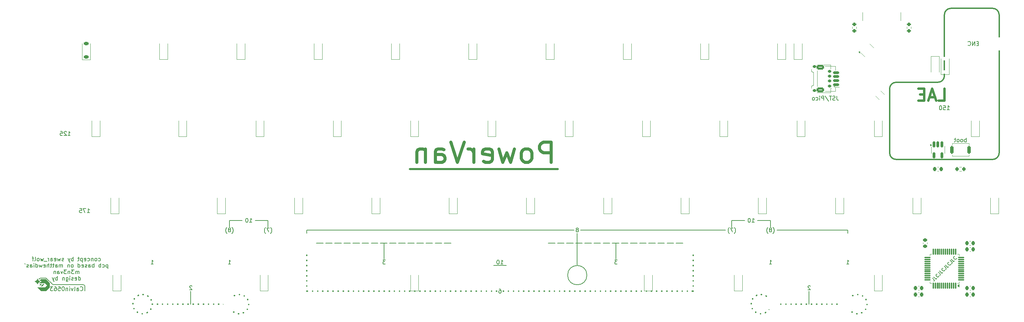
<source format=gbr>
%TF.GenerationSoftware,KiCad,Pcbnew,8.0.8*%
%TF.CreationDate,2025-03-08T13:22:03+01:00*%
%TF.ProjectId,PowerVan,506f7765-7256-4616-9e2e-6b696361645f,rev?*%
%TF.SameCoordinates,Original*%
%TF.FileFunction,Legend,Bot*%
%TF.FilePolarity,Positive*%
%FSLAX46Y46*%
G04 Gerber Fmt 4.6, Leading zero omitted, Abs format (unit mm)*
G04 Created by KiCad (PCBNEW 8.0.8) date 2025-03-08 13:22:03*
%MOMM*%
%LPD*%
G01*
G04 APERTURE LIST*
G04 Aperture macros list*
%AMRoundRect*
0 Rectangle with rounded corners*
0 $1 Rounding radius*
0 $2 $3 $4 $5 $6 $7 $8 $9 X,Y pos of 4 corners*
0 Add a 4 corners polygon primitive as box body*
4,1,4,$2,$3,$4,$5,$6,$7,$8,$9,$2,$3,0*
0 Add four circle primitives for the rounded corners*
1,1,$1+$1,$2,$3*
1,1,$1+$1,$4,$5*
1,1,$1+$1,$6,$7*
1,1,$1+$1,$8,$9*
0 Add four rect primitives between the rounded corners*
20,1,$1+$1,$2,$3,$4,$5,0*
20,1,$1+$1,$4,$5,$6,$7,0*
20,1,$1+$1,$6,$7,$8,$9,0*
20,1,$1+$1,$8,$9,$2,$3,0*%
G04 Aperture macros list end*
%ADD10C,0.150000*%
%ADD11C,0.300000*%
%ADD12C,0.200000*%
%ADD13C,0.500000*%
%ADD14C,0.600000*%
%ADD15C,0.800000*%
%ADD16C,0.120000*%
%ADD17C,0.000000*%
%ADD18C,1.750000*%
%ADD19C,3.987800*%
%ADD20C,2.250000*%
%ADD21R,2.000000X2.000000*%
%ADD22C,2.000000*%
%ADD23R,2.000000X3.200000*%
%ADD24C,4.400000*%
%ADD25C,4.000000*%
%ADD26C,3.048000*%
%ADD27R,1.200000X0.900000*%
%ADD28C,0.650000*%
%ADD29R,0.600000X1.450000*%
%ADD30R,0.300000X1.450000*%
%ADD31O,1.000000X1.600000*%
%ADD32O,1.000000X2.100000*%
%ADD33RoundRect,0.225000X-0.225000X-0.250000X0.225000X-0.250000X0.225000X0.250000X-0.225000X0.250000X0*%
%ADD34RoundRect,0.200000X-0.200000X-0.800000X0.200000X-0.800000X0.200000X0.800000X-0.200000X0.800000X0*%
%ADD35RoundRect,0.225000X0.250000X-0.225000X0.250000X0.225000X-0.250000X0.225000X-0.250000X-0.225000X0*%
%ADD36RoundRect,0.200000X0.275000X-0.200000X0.275000X0.200000X-0.275000X0.200000X-0.275000X-0.200000X0*%
%ADD37RoundRect,0.250001X0.768977X0.114905X0.114905X0.768977X-0.768977X-0.114905X-0.114905X-0.768977X0*%
%ADD38RoundRect,0.150000X0.625000X-0.150000X0.625000X0.150000X-0.625000X0.150000X-0.625000X-0.150000X0*%
%ADD39RoundRect,0.250000X0.650000X-0.350000X0.650000X0.350000X-0.650000X0.350000X-0.650000X-0.350000X0*%
%ADD40RoundRect,0.225000X0.225000X0.250000X-0.225000X0.250000X-0.225000X-0.250000X0.225000X-0.250000X0*%
%ADD41RoundRect,0.225000X0.375000X-0.225000X0.375000X0.225000X-0.375000X0.225000X-0.375000X-0.225000X0*%
%ADD42RoundRect,0.200000X-0.200000X-0.275000X0.200000X-0.275000X0.200000X0.275000X-0.200000X0.275000X0*%
%ADD43RoundRect,0.250000X-0.601041X0.247487X0.247487X-0.601041X0.601041X-0.247487X-0.247487X0.601041X0*%
%ADD44RoundRect,0.150000X-0.601041X0.388909X0.388909X-0.601041X0.601041X-0.388909X-0.388909X0.601041X0*%
%ADD45RoundRect,0.075000X0.075000X-0.662500X0.075000X0.662500X-0.075000X0.662500X-0.075000X-0.662500X0*%
%ADD46RoundRect,0.075000X0.662500X-0.075000X0.662500X0.075000X-0.662500X0.075000X-0.662500X-0.075000X0*%
%ADD47RoundRect,0.162500X-0.162500X0.617500X-0.162500X-0.617500X0.162500X-0.617500X0.162500X0.617500X0*%
%ADD48RoundRect,0.150000X0.275000X-0.150000X0.275000X0.150000X-0.275000X0.150000X-0.275000X-0.150000X0*%
%ADD49RoundRect,0.175000X0.225000X-0.175000X0.225000X0.175000X-0.225000X0.175000X-0.225000X-0.175000X0*%
G04 APERTURE END LIST*
D10*
X398715567Y-226934924D02*
X399119628Y-227338985D01*
X399119628Y-227338985D02*
X399173503Y-227446734D01*
X399173503Y-227446734D02*
X399173503Y-227554484D01*
X399173503Y-227554484D02*
X399119628Y-227662233D01*
X399119628Y-227662233D02*
X399065754Y-227716108D01*
X399820001Y-226961861D02*
X399550627Y-227231235D01*
X399550627Y-227231235D02*
X398984942Y-226665549D01*
X400277937Y-226396175D02*
X400277937Y-226450050D01*
X400277937Y-226450050D02*
X400224062Y-226557800D01*
X400224062Y-226557800D02*
X400170187Y-226611675D01*
X400170187Y-226611675D02*
X400062438Y-226665549D01*
X400062438Y-226665549D02*
X399954688Y-226665549D01*
X399954688Y-226665549D02*
X399873876Y-226638612D01*
X399873876Y-226638612D02*
X399739189Y-226557800D01*
X399739189Y-226557800D02*
X399658377Y-226476988D01*
X399658377Y-226476988D02*
X399577564Y-226342301D01*
X399577564Y-226342301D02*
X399550627Y-226261488D01*
X399550627Y-226261488D02*
X399550627Y-226153739D01*
X399550627Y-226153739D02*
X399604502Y-226045989D01*
X399604502Y-226045989D02*
X399658377Y-225992114D01*
X399658377Y-225992114D02*
X399766126Y-225938240D01*
X399766126Y-225938240D02*
X399820001Y-225938240D01*
X400170187Y-225480304D02*
X400574248Y-225884365D01*
X400574248Y-225884365D02*
X400628123Y-225992114D01*
X400628123Y-225992114D02*
X400628123Y-226099864D01*
X400628123Y-226099864D02*
X400574248Y-226207614D01*
X400574248Y-226207614D02*
X400520373Y-226261488D01*
X401274621Y-225507241D02*
X401005247Y-225776615D01*
X401005247Y-225776615D02*
X400439561Y-225210930D01*
X401732557Y-224941556D02*
X401732557Y-224995431D01*
X401732557Y-224995431D02*
X401678682Y-225103180D01*
X401678682Y-225103180D02*
X401624807Y-225157055D01*
X401624807Y-225157055D02*
X401517057Y-225210930D01*
X401517057Y-225210930D02*
X401409308Y-225210930D01*
X401409308Y-225210930D02*
X401328495Y-225183992D01*
X401328495Y-225183992D02*
X401193808Y-225103180D01*
X401193808Y-225103180D02*
X401112996Y-225022368D01*
X401112996Y-225022368D02*
X401032184Y-224887681D01*
X401032184Y-224887681D02*
X401005247Y-224806869D01*
X401005247Y-224806869D02*
X401005247Y-224699119D01*
X401005247Y-224699119D02*
X401059121Y-224591370D01*
X401059121Y-224591370D02*
X401112996Y-224537495D01*
X401112996Y-224537495D02*
X401220746Y-224483620D01*
X401220746Y-224483620D02*
X401274621Y-224483620D01*
X401624807Y-224025684D02*
X402028868Y-224429745D01*
X402028868Y-224429745D02*
X402082743Y-224537495D01*
X402082743Y-224537495D02*
X402082743Y-224645244D01*
X402082743Y-224645244D02*
X402028868Y-224752994D01*
X402028868Y-224752994D02*
X401974993Y-224806869D01*
X402729240Y-224052621D02*
X402459866Y-224321995D01*
X402459866Y-224321995D02*
X401894181Y-223756310D01*
X403187176Y-223486936D02*
X403187176Y-223540811D01*
X403187176Y-223540811D02*
X403133301Y-223648560D01*
X403133301Y-223648560D02*
X403079427Y-223702435D01*
X403079427Y-223702435D02*
X402971677Y-223756310D01*
X402971677Y-223756310D02*
X402863927Y-223756310D01*
X402863927Y-223756310D02*
X402783115Y-223729373D01*
X402783115Y-223729373D02*
X402648428Y-223648560D01*
X402648428Y-223648560D02*
X402567616Y-223567748D01*
X402567616Y-223567748D02*
X402486804Y-223433061D01*
X402486804Y-223433061D02*
X402459866Y-223352249D01*
X402459866Y-223352249D02*
X402459866Y-223244499D01*
X402459866Y-223244499D02*
X402513741Y-223136750D01*
X402513741Y-223136750D02*
X402567616Y-223082875D01*
X402567616Y-223082875D02*
X402675366Y-223029000D01*
X402675366Y-223029000D02*
X402729240Y-223029000D01*
X403079427Y-222571064D02*
X403483488Y-222975125D01*
X403483488Y-222975125D02*
X403537362Y-223082875D01*
X403537362Y-223082875D02*
X403537362Y-223190625D01*
X403537362Y-223190625D02*
X403483488Y-223298374D01*
X403483488Y-223298374D02*
X403429613Y-223352249D01*
X404183860Y-222598002D02*
X403914486Y-222867376D01*
X403914486Y-222867376D02*
X403348801Y-222301690D01*
X404641796Y-222032316D02*
X404641796Y-222086191D01*
X404641796Y-222086191D02*
X404587921Y-222193941D01*
X404587921Y-222193941D02*
X404534046Y-222247815D01*
X404534046Y-222247815D02*
X404426297Y-222301690D01*
X404426297Y-222301690D02*
X404318547Y-222301690D01*
X404318547Y-222301690D02*
X404237735Y-222274753D01*
X404237735Y-222274753D02*
X404103048Y-222193941D01*
X404103048Y-222193941D02*
X404022236Y-222113128D01*
X404022236Y-222113128D02*
X403941424Y-221978441D01*
X403941424Y-221978441D02*
X403914486Y-221897629D01*
X403914486Y-221897629D02*
X403914486Y-221789880D01*
X403914486Y-221789880D02*
X403968361Y-221682130D01*
X403968361Y-221682130D02*
X404022236Y-221628255D01*
X404022236Y-221628255D02*
X404129985Y-221574380D01*
X404129985Y-221574380D02*
X404183860Y-221574380D01*
X377825500Y-215106500D02*
X377825500Y-215900250D01*
D11*
X377825500Y-233362750D02*
X377826255Y-233302756D01*
X378151148Y-232160728D02*
X378182085Y-232109321D01*
X379039026Y-231287473D02*
X379091682Y-231258712D01*
X380246289Y-230981828D02*
X380306262Y-230983580D01*
X381442737Y-231327391D02*
X381493624Y-231359176D01*
X382301130Y-232229646D02*
X382329012Y-232282772D01*
X382586686Y-233441817D02*
X382583939Y-233501753D01*
X382221305Y-234632363D02*
X382188679Y-234682715D01*
X381304921Y-235475655D02*
X381251339Y-235502652D01*
X380088175Y-235741045D02*
X380028293Y-235737303D01*
X378903860Y-235355946D02*
X378854057Y-235322488D01*
X378075900Y-234425686D02*
X378049797Y-234371663D01*
D10*
X349250500Y-212725250D02*
X349250500Y-214312750D01*
X231775500Y-212725250D02*
X234950500Y-212725250D01*
D11*
X388144250Y-180181500D02*
G75*
G02*
X389731750Y-178593950I1587550J0D01*
G01*
D10*
X311150500Y-215900250D02*
X311150500Y-223837750D01*
D11*
X206375500Y-233362750D02*
X206374744Y-233422743D01*
X206049851Y-234564771D02*
X206018914Y-234616178D01*
X205161973Y-235438026D02*
X205109317Y-235466787D01*
X203954710Y-235743671D02*
X203894737Y-235741919D01*
X202758262Y-235398108D02*
X202707375Y-235366323D01*
X201899869Y-234495853D02*
X201871987Y-234442727D01*
X201614313Y-233283682D02*
X201617060Y-233223746D01*
X201979694Y-232093136D02*
X202012320Y-232042784D01*
X202896078Y-231249844D02*
X202949660Y-231222847D01*
X204112824Y-230984454D02*
X204172706Y-230988196D01*
X205297139Y-231369553D02*
X205346942Y-231403011D01*
X206125099Y-232299813D02*
X206151202Y-232353836D01*
D12*
X178691861Y-227012750D02*
G75*
G02*
X178908072Y-226923179I216039J-215750D01*
G01*
D10*
X290513000Y-223837750D02*
X293688000Y-223837750D01*
X320675500Y-222250250D02*
X320675500Y-218281500D01*
D11*
X339725500Y-230187750D02*
X339725500Y-230127750D01*
X339725500Y-228927750D02*
X339725500Y-228867750D01*
X339725500Y-227667750D02*
X339725500Y-227607750D01*
X339725500Y-226407750D02*
X339725500Y-226347750D01*
X339725500Y-225147750D02*
X339725500Y-225087750D01*
X339725500Y-223887750D02*
X339725500Y-223827750D01*
X339725500Y-222627750D02*
X339725500Y-222567750D01*
X339725500Y-221367750D02*
X339725500Y-221307750D01*
D10*
X228600500Y-212725250D02*
X225425500Y-212725250D01*
D11*
X413544250Y-197644000D02*
X389731750Y-197644000D01*
X415131750Y-161925250D02*
X415131750Y-196056500D01*
D12*
X180098690Y-226923205D02*
G75*
G02*
X180314882Y-227012782I-90J-305895D01*
G01*
D11*
X388144250Y-196056500D02*
X388144250Y-180181500D01*
D10*
X263525500Y-222250250D02*
X263525500Y-218281500D01*
X313531750Y-226219000D02*
G75*
G02*
X308769250Y-226219000I-2381250J0D01*
G01*
X308769250Y-226219000D02*
G75*
G02*
X313531750Y-226219000I2381250J0D01*
G01*
X244475500Y-215106500D02*
X244475500Y-215900250D01*
D12*
X181786169Y-228484008D02*
X180314911Y-227012750D01*
D10*
X368300500Y-230187750D02*
X368300500Y-233362750D01*
D11*
X244475500Y-230187750D02*
X244475500Y-230127750D01*
X244475500Y-228927750D02*
X244475500Y-228867750D01*
X244475500Y-227667750D02*
X244475500Y-227607750D01*
X244475500Y-226407750D02*
X244475500Y-226347750D01*
X244475500Y-225147750D02*
X244475500Y-225087750D01*
X244475500Y-223887750D02*
X244475500Y-223827750D01*
X244475500Y-222627750D02*
X244475500Y-222567750D01*
X244475500Y-221367750D02*
X244475500Y-221307750D01*
D10*
X225425500Y-212725250D02*
X225425500Y-214312750D01*
D11*
X401638000Y-177006500D02*
G75*
G02*
X400050500Y-178594000I-1587500J0D01*
G01*
D10*
X304006750Y-218281500D02*
X305656750Y-218281500D01*
X306256750Y-218281500D02*
X307906750Y-218281500D01*
X308506750Y-218281500D02*
X310156750Y-218281500D01*
X310756750Y-218281500D02*
X312406750Y-218281500D01*
X313006750Y-218281500D02*
X314656750Y-218281500D01*
X315256750Y-218281500D02*
X316906750Y-218281500D01*
X317506750Y-218281500D02*
X319156750Y-218281500D01*
X319756750Y-218281500D02*
X321406750Y-218281500D01*
X322006750Y-218281500D02*
X323656750Y-218281500D01*
X324256750Y-218281500D02*
X325906750Y-218281500D01*
X326506750Y-218281500D02*
X328156750Y-218281500D01*
X328756750Y-218281500D02*
X330406750Y-218281500D01*
X331006750Y-218281500D02*
X332656750Y-218281500D01*
X333256750Y-218281500D02*
X334906750Y-218281500D01*
X335506750Y-218281500D02*
X337156750Y-218281500D01*
D11*
X415131750Y-196056500D02*
G75*
G02*
X413544250Y-197644050I-1587550J0D01*
G01*
D10*
X310356750Y-215106500D02*
X244475500Y-215106500D01*
D12*
X182066802Y-228600250D02*
X189409197Y-228600250D01*
D13*
X269875500Y-200025250D02*
X306388000Y-200025250D01*
D11*
X206375500Y-233362750D02*
X206435500Y-233362750D01*
X207635500Y-233362750D02*
X207695500Y-233362750D01*
X208895500Y-233362750D02*
X208955500Y-233362750D01*
X210155500Y-233362750D02*
X210215500Y-233362750D01*
X211415500Y-233362750D02*
X211475500Y-233362750D01*
X212675500Y-233362750D02*
X212735500Y-233362750D01*
X213935500Y-233362750D02*
X213995500Y-233362750D01*
X215195500Y-233362750D02*
X215255500Y-233362750D01*
X216455500Y-233362750D02*
X216515500Y-233362750D01*
X217715500Y-233362750D02*
X217775500Y-233362750D01*
X218975500Y-233362750D02*
X219035500Y-233362750D01*
X220235500Y-233362750D02*
X220295500Y-233362750D01*
X221495500Y-233362750D02*
X221555500Y-233362750D01*
X222755500Y-233362750D02*
X222815500Y-233362750D01*
X224015500Y-233362750D02*
X224075500Y-233362750D01*
X225275500Y-233362750D02*
X225335500Y-233362750D01*
X389731750Y-197644000D02*
G75*
G02*
X388144300Y-196056500I50J1587500D01*
G01*
X401638000Y-161925250D02*
G75*
G02*
X403225500Y-160337800I1587500J-50D01*
G01*
X401638000Y-177006500D02*
X401638000Y-161925250D01*
D10*
X360363000Y-215106500D02*
X377825500Y-215106500D01*
D11*
X413544250Y-160337750D02*
G75*
G02*
X415131750Y-161925250I-50J-1587550D01*
G01*
X291306750Y-230187750D02*
X291246750Y-230187750D01*
X290046750Y-230187750D02*
X289986750Y-230187750D01*
X288786750Y-230187750D02*
X288726750Y-230187750D01*
X287526750Y-230187750D02*
X287466750Y-230187750D01*
X286266750Y-230187750D02*
X286206750Y-230187750D01*
X285006750Y-230187750D02*
X284946750Y-230187750D01*
X283746750Y-230187750D02*
X283686750Y-230187750D01*
X282486750Y-230187750D02*
X282426750Y-230187750D01*
X281226750Y-230187750D02*
X281166750Y-230187750D01*
X279966750Y-230187750D02*
X279906750Y-230187750D01*
X278706750Y-230187750D02*
X278646750Y-230187750D01*
X277446750Y-230187750D02*
X277386750Y-230187750D01*
X276186750Y-230187750D02*
X276126750Y-230187750D01*
X274926750Y-230187750D02*
X274866750Y-230187750D01*
X273666750Y-230187750D02*
X273606750Y-230187750D01*
X272406750Y-230187750D02*
X272346750Y-230187750D01*
X271146750Y-230187750D02*
X271086750Y-230187750D01*
X269886750Y-230187750D02*
X269826750Y-230187750D01*
X268626750Y-230187750D02*
X268566750Y-230187750D01*
X267366750Y-230187750D02*
X267306750Y-230187750D01*
X266106750Y-230187750D02*
X266046750Y-230187750D01*
X264846750Y-230187750D02*
X264786750Y-230187750D01*
X263586750Y-230187750D02*
X263526750Y-230187750D01*
X262326750Y-230187750D02*
X262266750Y-230187750D01*
X261066750Y-230187750D02*
X261006750Y-230187750D01*
X259806750Y-230187750D02*
X259746750Y-230187750D01*
X258546750Y-230187750D02*
X258486750Y-230187750D01*
X257286750Y-230187750D02*
X257226750Y-230187750D01*
X256026750Y-230187750D02*
X255966750Y-230187750D01*
X254766750Y-230187750D02*
X254706750Y-230187750D01*
X253506750Y-230187750D02*
X253446750Y-230187750D01*
X252246750Y-230187750D02*
X252186750Y-230187750D01*
X250986750Y-230187750D02*
X250926750Y-230187750D01*
X249726750Y-230187750D02*
X249666750Y-230187750D01*
X248466750Y-230187750D02*
X248406750Y-230187750D01*
X247206750Y-230187750D02*
X247146750Y-230187750D01*
X245946750Y-230187750D02*
X245886750Y-230187750D01*
X244686750Y-230187750D02*
X244626750Y-230187750D01*
D10*
X215900500Y-230187750D02*
X215900500Y-233362750D01*
D12*
X182066802Y-228600250D02*
G75*
G02*
X181786194Y-228483983I-2J396750D01*
G01*
D10*
X311944250Y-215106500D02*
X347663000Y-215106500D01*
D12*
X180098690Y-226923205D02*
X178908062Y-226923205D01*
D11*
X358775500Y-233362750D02*
X358774744Y-233422743D01*
X358449851Y-234564771D02*
X358418914Y-234616178D01*
X357561973Y-235438026D02*
X357509317Y-235466787D01*
X356354710Y-235743671D02*
X356294737Y-235741919D01*
X355158262Y-235398108D02*
X355107375Y-235366323D01*
X354299869Y-234495853D02*
X354271987Y-234442727D01*
X354014313Y-233283682D02*
X354017060Y-233223746D01*
X354379694Y-232093136D02*
X354412320Y-232042784D01*
X355296078Y-231249844D02*
X355349660Y-231222847D01*
X356512824Y-230984454D02*
X356572706Y-230988196D01*
X357697139Y-231369553D02*
X357746942Y-231403011D01*
X358525099Y-232299813D02*
X358551202Y-232353836D01*
D10*
X246856750Y-218281500D02*
X248506750Y-218281500D01*
X249106750Y-218281500D02*
X250756750Y-218281500D01*
X251356750Y-218281500D02*
X253006750Y-218281500D01*
X253606750Y-218281500D02*
X255256750Y-218281500D01*
X255856750Y-218281500D02*
X257506750Y-218281500D01*
X258106750Y-218281500D02*
X259756750Y-218281500D01*
X260356750Y-218281500D02*
X262006750Y-218281500D01*
X262606750Y-218281500D02*
X264256750Y-218281500D01*
X264856750Y-218281500D02*
X266506750Y-218281500D01*
X267106750Y-218281500D02*
X268756750Y-218281500D01*
X269356750Y-218281500D02*
X271006750Y-218281500D01*
X271606750Y-218281500D02*
X273256750Y-218281500D01*
X273856750Y-218281500D02*
X275506750Y-218281500D01*
X276106750Y-218281500D02*
X277756750Y-218281500D01*
X278356750Y-218281500D02*
X280006750Y-218281500D01*
D11*
X403225500Y-160337750D02*
X413544250Y-160337750D01*
D10*
X358775500Y-212725250D02*
X358775500Y-214312750D01*
D12*
X178691861Y-227012750D02*
X178475650Y-227228961D01*
D11*
X358775500Y-233362750D02*
X358835500Y-233362750D01*
X360035500Y-233362750D02*
X360095500Y-233362750D01*
X361295500Y-233362750D02*
X361355500Y-233362750D01*
X362555500Y-233362750D02*
X362615500Y-233362750D01*
X363815500Y-233362750D02*
X363875500Y-233362750D01*
X365075500Y-233362750D02*
X365135500Y-233362750D01*
X366335500Y-233362750D02*
X366395500Y-233362750D01*
X367595500Y-233362750D02*
X367655500Y-233362750D01*
X368855500Y-233362750D02*
X368915500Y-233362750D01*
X370115500Y-233362750D02*
X370175500Y-233362750D01*
X371375500Y-233362750D02*
X371435500Y-233362750D01*
X372635500Y-233362750D02*
X372695500Y-233362750D01*
X373895500Y-233362750D02*
X373955500Y-233362750D01*
X375155500Y-233362750D02*
X375215500Y-233362750D01*
X376415500Y-233362750D02*
X376475500Y-233362750D01*
X377675500Y-233362750D02*
X377735500Y-233362750D01*
D10*
X234950500Y-212725250D02*
X234950500Y-214312750D01*
D11*
X389731750Y-178594000D02*
X400050500Y-178594000D01*
D12*
X189409197Y-228600642D02*
G75*
G02*
X189806058Y-228997518I203J-396658D01*
G01*
D10*
X352425500Y-212725250D02*
X349250500Y-212725250D01*
X355600500Y-212725250D02*
X358775500Y-212725250D01*
D11*
X206375500Y-233362750D02*
X206375500Y-233362750D01*
D12*
X189805218Y-230116655D02*
X189806073Y-228997518D01*
D11*
X292894250Y-230187750D02*
X292954250Y-230187750D01*
X294154250Y-230187750D02*
X294214250Y-230187750D01*
X295414250Y-230187750D02*
X295474250Y-230187750D01*
X296674250Y-230187750D02*
X296734250Y-230187750D01*
X297934250Y-230187750D02*
X297994250Y-230187750D01*
X299194250Y-230187750D02*
X299254250Y-230187750D01*
X300454250Y-230187750D02*
X300514250Y-230187750D01*
X301714250Y-230187750D02*
X301774250Y-230187750D01*
X302974250Y-230187750D02*
X303034250Y-230187750D01*
X304234250Y-230187750D02*
X304294250Y-230187750D01*
X305494250Y-230187750D02*
X305554250Y-230187750D01*
X306754250Y-230187750D02*
X306814250Y-230187750D01*
X308014250Y-230187750D02*
X308074250Y-230187750D01*
X309274250Y-230187750D02*
X309334250Y-230187750D01*
X310534250Y-230187750D02*
X310594250Y-230187750D01*
X311794250Y-230187750D02*
X311854250Y-230187750D01*
X313054250Y-230187750D02*
X313114250Y-230187750D01*
X314314250Y-230187750D02*
X314374250Y-230187750D01*
X315574250Y-230187750D02*
X315634250Y-230187750D01*
X316834250Y-230187750D02*
X316894250Y-230187750D01*
X318094250Y-230187750D02*
X318154250Y-230187750D01*
X319354250Y-230187750D02*
X319414250Y-230187750D01*
X320614250Y-230187750D02*
X320674250Y-230187750D01*
X321874250Y-230187750D02*
X321934250Y-230187750D01*
X323134250Y-230187750D02*
X323194250Y-230187750D01*
X324394250Y-230187750D02*
X324454250Y-230187750D01*
X325654250Y-230187750D02*
X325714250Y-230187750D01*
X326914250Y-230187750D02*
X326974250Y-230187750D01*
X328174250Y-230187750D02*
X328234250Y-230187750D01*
X329434250Y-230187750D02*
X329494250Y-230187750D01*
X330694250Y-230187750D02*
X330754250Y-230187750D01*
X331954250Y-230187750D02*
X332014250Y-230187750D01*
X333214250Y-230187750D02*
X333274250Y-230187750D01*
X334474250Y-230187750D02*
X334534250Y-230187750D01*
X335734250Y-230187750D02*
X335794250Y-230187750D01*
X336994250Y-230187750D02*
X337054250Y-230187750D01*
X338254250Y-230187750D02*
X338314250Y-230187750D01*
X339514250Y-230187750D02*
X339574250Y-230187750D01*
X225425500Y-233362750D02*
X225426255Y-233302756D01*
X225751148Y-232160728D02*
X225782085Y-232109321D01*
X226639026Y-231287473D02*
X226691682Y-231258712D01*
X227846289Y-230981828D02*
X227906262Y-230983580D01*
X229042737Y-231327391D02*
X229093624Y-231359176D01*
X229901130Y-232229646D02*
X229929012Y-232282772D01*
X230186686Y-233441817D02*
X230183939Y-233501753D01*
X229821305Y-234632363D02*
X229788679Y-234682715D01*
X228904921Y-235475655D02*
X228851339Y-235502652D01*
X227688175Y-235741045D02*
X227628293Y-235737303D01*
X226503860Y-235355946D02*
X226454057Y-235322488D01*
X225675900Y-234425686D02*
X225649797Y-234371663D01*
D12*
X292290976Y-223496219D02*
X292862404Y-223496219D01*
X292576690Y-223496219D02*
X292576690Y-222496219D01*
X292576690Y-222496219D02*
X292671928Y-222639076D01*
X292671928Y-222639076D02*
X292767166Y-222734314D01*
X292767166Y-222734314D02*
X292862404Y-222781933D01*
X291671928Y-222496219D02*
X291576690Y-222496219D01*
X291576690Y-222496219D02*
X291481452Y-222543838D01*
X291481452Y-222543838D02*
X291433833Y-222591457D01*
X291433833Y-222591457D02*
X291386214Y-222686695D01*
X291386214Y-222686695D02*
X291338595Y-222877171D01*
X291338595Y-222877171D02*
X291338595Y-223115266D01*
X291338595Y-223115266D02*
X291386214Y-223305742D01*
X291386214Y-223305742D02*
X291433833Y-223400980D01*
X291433833Y-223400980D02*
X291481452Y-223448600D01*
X291481452Y-223448600D02*
X291576690Y-223496219D01*
X291576690Y-223496219D02*
X291671928Y-223496219D01*
X291671928Y-223496219D02*
X291767166Y-223448600D01*
X291767166Y-223448600D02*
X291814785Y-223400980D01*
X291814785Y-223400980D02*
X291862404Y-223305742D01*
X291862404Y-223305742D02*
X291910023Y-223115266D01*
X291910023Y-223115266D02*
X291910023Y-222877171D01*
X291910023Y-222877171D02*
X291862404Y-222686695D01*
X291862404Y-222686695D02*
X291814785Y-222591457D01*
X291814785Y-222591457D02*
X291767166Y-222543838D01*
X291767166Y-222543838D02*
X291671928Y-222496219D01*
X368586213Y-228941457D02*
X368538594Y-228893838D01*
X368538594Y-228893838D02*
X368443356Y-228846219D01*
X368443356Y-228846219D02*
X368205261Y-228846219D01*
X368205261Y-228846219D02*
X368110023Y-228893838D01*
X368110023Y-228893838D02*
X368062404Y-228941457D01*
X368062404Y-228941457D02*
X368014785Y-229036695D01*
X368014785Y-229036695D02*
X368014785Y-229131933D01*
X368014785Y-229131933D02*
X368062404Y-229274790D01*
X368062404Y-229274790D02*
X368633832Y-229846219D01*
X368633832Y-229846219D02*
X368014785Y-229846219D01*
X188666325Y-229959730D02*
X188713944Y-230007350D01*
X188713944Y-230007350D02*
X188856801Y-230054969D01*
X188856801Y-230054969D02*
X188952039Y-230054969D01*
X188952039Y-230054969D02*
X189094896Y-230007350D01*
X189094896Y-230007350D02*
X189190134Y-229912111D01*
X189190134Y-229912111D02*
X189237753Y-229816873D01*
X189237753Y-229816873D02*
X189285372Y-229626397D01*
X189285372Y-229626397D02*
X189285372Y-229483540D01*
X189285372Y-229483540D02*
X189237753Y-229293064D01*
X189237753Y-229293064D02*
X189190134Y-229197826D01*
X189190134Y-229197826D02*
X189094896Y-229102588D01*
X189094896Y-229102588D02*
X188952039Y-229054969D01*
X188952039Y-229054969D02*
X188856801Y-229054969D01*
X188856801Y-229054969D02*
X188713944Y-229102588D01*
X188713944Y-229102588D02*
X188666325Y-229150207D01*
X187809182Y-230054969D02*
X187809182Y-229531159D01*
X187809182Y-229531159D02*
X187856801Y-229435921D01*
X187856801Y-229435921D02*
X187952039Y-229388302D01*
X187952039Y-229388302D02*
X188142515Y-229388302D01*
X188142515Y-229388302D02*
X188237753Y-229435921D01*
X187809182Y-230007350D02*
X187904420Y-230054969D01*
X187904420Y-230054969D02*
X188142515Y-230054969D01*
X188142515Y-230054969D02*
X188237753Y-230007350D01*
X188237753Y-230007350D02*
X188285372Y-229912111D01*
X188285372Y-229912111D02*
X188285372Y-229816873D01*
X188285372Y-229816873D02*
X188237753Y-229721635D01*
X188237753Y-229721635D02*
X188142515Y-229674016D01*
X188142515Y-229674016D02*
X187904420Y-229674016D01*
X187904420Y-229674016D02*
X187809182Y-229626397D01*
X187190134Y-230054969D02*
X187285372Y-230007350D01*
X187285372Y-230007350D02*
X187332991Y-229912111D01*
X187332991Y-229912111D02*
X187332991Y-229054969D01*
X186904419Y-229388302D02*
X186666324Y-230054969D01*
X186666324Y-230054969D02*
X186428229Y-229388302D01*
X186047276Y-230054969D02*
X186047276Y-229388302D01*
X186047276Y-229054969D02*
X186094895Y-229102588D01*
X186094895Y-229102588D02*
X186047276Y-229150207D01*
X186047276Y-229150207D02*
X185999657Y-229102588D01*
X185999657Y-229102588D02*
X186047276Y-229054969D01*
X186047276Y-229054969D02*
X186047276Y-229150207D01*
X185571086Y-229388302D02*
X185571086Y-230054969D01*
X185571086Y-229483540D02*
X185523467Y-229435921D01*
X185523467Y-229435921D02*
X185428229Y-229388302D01*
X185428229Y-229388302D02*
X185285372Y-229388302D01*
X185285372Y-229388302D02*
X185190134Y-229435921D01*
X185190134Y-229435921D02*
X185142515Y-229531159D01*
X185142515Y-229531159D02*
X185142515Y-230054969D01*
X184475848Y-229054969D02*
X184380610Y-229054969D01*
X184380610Y-229054969D02*
X184285372Y-229102588D01*
X184285372Y-229102588D02*
X184237753Y-229150207D01*
X184237753Y-229150207D02*
X184190134Y-229245445D01*
X184190134Y-229245445D02*
X184142515Y-229435921D01*
X184142515Y-229435921D02*
X184142515Y-229674016D01*
X184142515Y-229674016D02*
X184190134Y-229864492D01*
X184190134Y-229864492D02*
X184237753Y-229959730D01*
X184237753Y-229959730D02*
X184285372Y-230007350D01*
X184285372Y-230007350D02*
X184380610Y-230054969D01*
X184380610Y-230054969D02*
X184475848Y-230054969D01*
X184475848Y-230054969D02*
X184571086Y-230007350D01*
X184571086Y-230007350D02*
X184618705Y-229959730D01*
X184618705Y-229959730D02*
X184666324Y-229864492D01*
X184666324Y-229864492D02*
X184713943Y-229674016D01*
X184713943Y-229674016D02*
X184713943Y-229435921D01*
X184713943Y-229435921D02*
X184666324Y-229245445D01*
X184666324Y-229245445D02*
X184618705Y-229150207D01*
X184618705Y-229150207D02*
X184571086Y-229102588D01*
X184571086Y-229102588D02*
X184475848Y-229054969D01*
X183237753Y-229054969D02*
X183713943Y-229054969D01*
X183713943Y-229054969D02*
X183761562Y-229531159D01*
X183761562Y-229531159D02*
X183713943Y-229483540D01*
X183713943Y-229483540D02*
X183618705Y-229435921D01*
X183618705Y-229435921D02*
X183380610Y-229435921D01*
X183380610Y-229435921D02*
X183285372Y-229483540D01*
X183285372Y-229483540D02*
X183237753Y-229531159D01*
X183237753Y-229531159D02*
X183190134Y-229626397D01*
X183190134Y-229626397D02*
X183190134Y-229864492D01*
X183190134Y-229864492D02*
X183237753Y-229959730D01*
X183237753Y-229959730D02*
X183285372Y-230007350D01*
X183285372Y-230007350D02*
X183380610Y-230054969D01*
X183380610Y-230054969D02*
X183618705Y-230054969D01*
X183618705Y-230054969D02*
X183713943Y-230007350D01*
X183713943Y-230007350D02*
X183761562Y-229959730D01*
X182332991Y-229054969D02*
X182523467Y-229054969D01*
X182523467Y-229054969D02*
X182618705Y-229102588D01*
X182618705Y-229102588D02*
X182666324Y-229150207D01*
X182666324Y-229150207D02*
X182761562Y-229293064D01*
X182761562Y-229293064D02*
X182809181Y-229483540D01*
X182809181Y-229483540D02*
X182809181Y-229864492D01*
X182809181Y-229864492D02*
X182761562Y-229959730D01*
X182761562Y-229959730D02*
X182713943Y-230007350D01*
X182713943Y-230007350D02*
X182618705Y-230054969D01*
X182618705Y-230054969D02*
X182428229Y-230054969D01*
X182428229Y-230054969D02*
X182332991Y-230007350D01*
X182332991Y-230007350D02*
X182285372Y-229959730D01*
X182285372Y-229959730D02*
X182237753Y-229864492D01*
X182237753Y-229864492D02*
X182237753Y-229626397D01*
X182237753Y-229626397D02*
X182285372Y-229531159D01*
X182285372Y-229531159D02*
X182332991Y-229483540D01*
X182332991Y-229483540D02*
X182428229Y-229435921D01*
X182428229Y-229435921D02*
X182618705Y-229435921D01*
X182618705Y-229435921D02*
X182713943Y-229483540D01*
X182713943Y-229483540D02*
X182761562Y-229531159D01*
X182761562Y-229531159D02*
X182809181Y-229626397D01*
X181904419Y-229054969D02*
X181285372Y-229054969D01*
X181285372Y-229054969D02*
X181618705Y-229435921D01*
X181618705Y-229435921D02*
X181475848Y-229435921D01*
X181475848Y-229435921D02*
X181380610Y-229483540D01*
X181380610Y-229483540D02*
X181332991Y-229531159D01*
X181332991Y-229531159D02*
X181285372Y-229626397D01*
X181285372Y-229626397D02*
X181285372Y-229864492D01*
X181285372Y-229864492D02*
X181332991Y-229959730D01*
X181332991Y-229959730D02*
X181380610Y-230007350D01*
X181380610Y-230007350D02*
X181475848Y-230054969D01*
X181475848Y-230054969D02*
X181761562Y-230054969D01*
X181761562Y-230054969D02*
X181856800Y-230007350D01*
X181856800Y-230007350D02*
X181904419Y-229959730D01*
X359394547Y-215939671D02*
X359442166Y-215892052D01*
X359442166Y-215892052D02*
X359537404Y-215749195D01*
X359537404Y-215749195D02*
X359585023Y-215653957D01*
X359585023Y-215653957D02*
X359632642Y-215511100D01*
X359632642Y-215511100D02*
X359680261Y-215273004D01*
X359680261Y-215273004D02*
X359680261Y-215082528D01*
X359680261Y-215082528D02*
X359632642Y-214844433D01*
X359632642Y-214844433D02*
X359585023Y-214701576D01*
X359585023Y-214701576D02*
X359537404Y-214606338D01*
X359537404Y-214606338D02*
X359442166Y-214463480D01*
X359442166Y-214463480D02*
X359394547Y-214415861D01*
X358870737Y-214987290D02*
X358965975Y-214939671D01*
X358965975Y-214939671D02*
X359013594Y-214892052D01*
X359013594Y-214892052D02*
X359061213Y-214796814D01*
X359061213Y-214796814D02*
X359061213Y-214749195D01*
X359061213Y-214749195D02*
X359013594Y-214653957D01*
X359013594Y-214653957D02*
X358965975Y-214606338D01*
X358965975Y-214606338D02*
X358870737Y-214558719D01*
X358870737Y-214558719D02*
X358680261Y-214558719D01*
X358680261Y-214558719D02*
X358585023Y-214606338D01*
X358585023Y-214606338D02*
X358537404Y-214653957D01*
X358537404Y-214653957D02*
X358489785Y-214749195D01*
X358489785Y-214749195D02*
X358489785Y-214796814D01*
X358489785Y-214796814D02*
X358537404Y-214892052D01*
X358537404Y-214892052D02*
X358585023Y-214939671D01*
X358585023Y-214939671D02*
X358680261Y-214987290D01*
X358680261Y-214987290D02*
X358870737Y-214987290D01*
X358870737Y-214987290D02*
X358965975Y-215034909D01*
X358965975Y-215034909D02*
X359013594Y-215082528D01*
X359013594Y-215082528D02*
X359061213Y-215177766D01*
X359061213Y-215177766D02*
X359061213Y-215368242D01*
X359061213Y-215368242D02*
X359013594Y-215463480D01*
X359013594Y-215463480D02*
X358965975Y-215511100D01*
X358965975Y-215511100D02*
X358870737Y-215558719D01*
X358870737Y-215558719D02*
X358680261Y-215558719D01*
X358680261Y-215558719D02*
X358585023Y-215511100D01*
X358585023Y-215511100D02*
X358537404Y-215463480D01*
X358537404Y-215463480D02*
X358489785Y-215368242D01*
X358489785Y-215368242D02*
X358489785Y-215177766D01*
X358489785Y-215177766D02*
X358537404Y-215082528D01*
X358537404Y-215082528D02*
X358585023Y-215034909D01*
X358585023Y-215034909D02*
X358680261Y-214987290D01*
X358156451Y-215939671D02*
X358108832Y-215892052D01*
X358108832Y-215892052D02*
X358013594Y-215749195D01*
X358013594Y-215749195D02*
X357965975Y-215653957D01*
X357965975Y-215653957D02*
X357918356Y-215511100D01*
X357918356Y-215511100D02*
X357870737Y-215273004D01*
X357870737Y-215273004D02*
X357870737Y-215082528D01*
X357870737Y-215082528D02*
X357918356Y-214844433D01*
X357918356Y-214844433D02*
X357965975Y-214701576D01*
X357965975Y-214701576D02*
X358013594Y-214606338D01*
X358013594Y-214606338D02*
X358108832Y-214463480D01*
X358108832Y-214463480D02*
X358156451Y-214415861D01*
X195456089Y-223612080D02*
X195456089Y-224612080D01*
X195456089Y-223659699D02*
X195360851Y-223612080D01*
X195360851Y-223612080D02*
X195170375Y-223612080D01*
X195170375Y-223612080D02*
X195075137Y-223659699D01*
X195075137Y-223659699D02*
X195027518Y-223707318D01*
X195027518Y-223707318D02*
X194979899Y-223802556D01*
X194979899Y-223802556D02*
X194979899Y-224088270D01*
X194979899Y-224088270D02*
X195027518Y-224183508D01*
X195027518Y-224183508D02*
X195075137Y-224231128D01*
X195075137Y-224231128D02*
X195170375Y-224278747D01*
X195170375Y-224278747D02*
X195360851Y-224278747D01*
X195360851Y-224278747D02*
X195456089Y-224231128D01*
X194122756Y-224231128D02*
X194217994Y-224278747D01*
X194217994Y-224278747D02*
X194408470Y-224278747D01*
X194408470Y-224278747D02*
X194503708Y-224231128D01*
X194503708Y-224231128D02*
X194551327Y-224183508D01*
X194551327Y-224183508D02*
X194598946Y-224088270D01*
X194598946Y-224088270D02*
X194598946Y-223802556D01*
X194598946Y-223802556D02*
X194551327Y-223707318D01*
X194551327Y-223707318D02*
X194503708Y-223659699D01*
X194503708Y-223659699D02*
X194408470Y-223612080D01*
X194408470Y-223612080D02*
X194217994Y-223612080D01*
X194217994Y-223612080D02*
X194122756Y-223659699D01*
X193694184Y-224278747D02*
X193694184Y-223278747D01*
X193694184Y-223659699D02*
X193598946Y-223612080D01*
X193598946Y-223612080D02*
X193408470Y-223612080D01*
X193408470Y-223612080D02*
X193313232Y-223659699D01*
X193313232Y-223659699D02*
X193265613Y-223707318D01*
X193265613Y-223707318D02*
X193217994Y-223802556D01*
X193217994Y-223802556D02*
X193217994Y-224088270D01*
X193217994Y-224088270D02*
X193265613Y-224183508D01*
X193265613Y-224183508D02*
X193313232Y-224231128D01*
X193313232Y-224231128D02*
X193408470Y-224278747D01*
X193408470Y-224278747D02*
X193598946Y-224278747D01*
X193598946Y-224278747D02*
X193694184Y-224231128D01*
X192027517Y-224278747D02*
X192027517Y-223278747D01*
X192027517Y-223659699D02*
X191932279Y-223612080D01*
X191932279Y-223612080D02*
X191741803Y-223612080D01*
X191741803Y-223612080D02*
X191646565Y-223659699D01*
X191646565Y-223659699D02*
X191598946Y-223707318D01*
X191598946Y-223707318D02*
X191551327Y-223802556D01*
X191551327Y-223802556D02*
X191551327Y-224088270D01*
X191551327Y-224088270D02*
X191598946Y-224183508D01*
X191598946Y-224183508D02*
X191646565Y-224231128D01*
X191646565Y-224231128D02*
X191741803Y-224278747D01*
X191741803Y-224278747D02*
X191932279Y-224278747D01*
X191932279Y-224278747D02*
X192027517Y-224231128D01*
X190694184Y-224278747D02*
X190694184Y-223754937D01*
X190694184Y-223754937D02*
X190741803Y-223659699D01*
X190741803Y-223659699D02*
X190837041Y-223612080D01*
X190837041Y-223612080D02*
X191027517Y-223612080D01*
X191027517Y-223612080D02*
X191122755Y-223659699D01*
X190694184Y-224231128D02*
X190789422Y-224278747D01*
X190789422Y-224278747D02*
X191027517Y-224278747D01*
X191027517Y-224278747D02*
X191122755Y-224231128D01*
X191122755Y-224231128D02*
X191170374Y-224135889D01*
X191170374Y-224135889D02*
X191170374Y-224040651D01*
X191170374Y-224040651D02*
X191122755Y-223945413D01*
X191122755Y-223945413D02*
X191027517Y-223897794D01*
X191027517Y-223897794D02*
X190789422Y-223897794D01*
X190789422Y-223897794D02*
X190694184Y-223850175D01*
X190265612Y-224231128D02*
X190170374Y-224278747D01*
X190170374Y-224278747D02*
X189979898Y-224278747D01*
X189979898Y-224278747D02*
X189884660Y-224231128D01*
X189884660Y-224231128D02*
X189837041Y-224135889D01*
X189837041Y-224135889D02*
X189837041Y-224088270D01*
X189837041Y-224088270D02*
X189884660Y-223993032D01*
X189884660Y-223993032D02*
X189979898Y-223945413D01*
X189979898Y-223945413D02*
X190122755Y-223945413D01*
X190122755Y-223945413D02*
X190217993Y-223897794D01*
X190217993Y-223897794D02*
X190265612Y-223802556D01*
X190265612Y-223802556D02*
X190265612Y-223754937D01*
X190265612Y-223754937D02*
X190217993Y-223659699D01*
X190217993Y-223659699D02*
X190122755Y-223612080D01*
X190122755Y-223612080D02*
X189979898Y-223612080D01*
X189979898Y-223612080D02*
X189884660Y-223659699D01*
X189027517Y-224231128D02*
X189122755Y-224278747D01*
X189122755Y-224278747D02*
X189313231Y-224278747D01*
X189313231Y-224278747D02*
X189408469Y-224231128D01*
X189408469Y-224231128D02*
X189456088Y-224135889D01*
X189456088Y-224135889D02*
X189456088Y-223754937D01*
X189456088Y-223754937D02*
X189408469Y-223659699D01*
X189408469Y-223659699D02*
X189313231Y-223612080D01*
X189313231Y-223612080D02*
X189122755Y-223612080D01*
X189122755Y-223612080D02*
X189027517Y-223659699D01*
X189027517Y-223659699D02*
X188979898Y-223754937D01*
X188979898Y-223754937D02*
X188979898Y-223850175D01*
X188979898Y-223850175D02*
X189456088Y-223945413D01*
X188122755Y-224278747D02*
X188122755Y-223278747D01*
X188122755Y-224231128D02*
X188217993Y-224278747D01*
X188217993Y-224278747D02*
X188408469Y-224278747D01*
X188408469Y-224278747D02*
X188503707Y-224231128D01*
X188503707Y-224231128D02*
X188551326Y-224183508D01*
X188551326Y-224183508D02*
X188598945Y-224088270D01*
X188598945Y-224088270D02*
X188598945Y-223802556D01*
X188598945Y-223802556D02*
X188551326Y-223707318D01*
X188551326Y-223707318D02*
X188503707Y-223659699D01*
X188503707Y-223659699D02*
X188408469Y-223612080D01*
X188408469Y-223612080D02*
X188217993Y-223612080D01*
X188217993Y-223612080D02*
X188122755Y-223659699D01*
X186741802Y-224278747D02*
X186837040Y-224231128D01*
X186837040Y-224231128D02*
X186884659Y-224183508D01*
X186884659Y-224183508D02*
X186932278Y-224088270D01*
X186932278Y-224088270D02*
X186932278Y-223802556D01*
X186932278Y-223802556D02*
X186884659Y-223707318D01*
X186884659Y-223707318D02*
X186837040Y-223659699D01*
X186837040Y-223659699D02*
X186741802Y-223612080D01*
X186741802Y-223612080D02*
X186598945Y-223612080D01*
X186598945Y-223612080D02*
X186503707Y-223659699D01*
X186503707Y-223659699D02*
X186456088Y-223707318D01*
X186456088Y-223707318D02*
X186408469Y-223802556D01*
X186408469Y-223802556D02*
X186408469Y-224088270D01*
X186408469Y-224088270D02*
X186456088Y-224183508D01*
X186456088Y-224183508D02*
X186503707Y-224231128D01*
X186503707Y-224231128D02*
X186598945Y-224278747D01*
X186598945Y-224278747D02*
X186741802Y-224278747D01*
X185979897Y-223612080D02*
X185979897Y-224278747D01*
X185979897Y-223707318D02*
X185932278Y-223659699D01*
X185932278Y-223659699D02*
X185837040Y-223612080D01*
X185837040Y-223612080D02*
X185694183Y-223612080D01*
X185694183Y-223612080D02*
X185598945Y-223659699D01*
X185598945Y-223659699D02*
X185551326Y-223754937D01*
X185551326Y-223754937D02*
X185551326Y-224278747D01*
X184313230Y-224278747D02*
X184313230Y-223612080D01*
X184313230Y-223707318D02*
X184265611Y-223659699D01*
X184265611Y-223659699D02*
X184170373Y-223612080D01*
X184170373Y-223612080D02*
X184027516Y-223612080D01*
X184027516Y-223612080D02*
X183932278Y-223659699D01*
X183932278Y-223659699D02*
X183884659Y-223754937D01*
X183884659Y-223754937D02*
X183884659Y-224278747D01*
X183884659Y-223754937D02*
X183837040Y-223659699D01*
X183837040Y-223659699D02*
X183741802Y-223612080D01*
X183741802Y-223612080D02*
X183598945Y-223612080D01*
X183598945Y-223612080D02*
X183503706Y-223659699D01*
X183503706Y-223659699D02*
X183456087Y-223754937D01*
X183456087Y-223754937D02*
X183456087Y-224278747D01*
X182551326Y-224278747D02*
X182551326Y-223754937D01*
X182551326Y-223754937D02*
X182598945Y-223659699D01*
X182598945Y-223659699D02*
X182694183Y-223612080D01*
X182694183Y-223612080D02*
X182884659Y-223612080D01*
X182884659Y-223612080D02*
X182979897Y-223659699D01*
X182551326Y-224231128D02*
X182646564Y-224278747D01*
X182646564Y-224278747D02*
X182884659Y-224278747D01*
X182884659Y-224278747D02*
X182979897Y-224231128D01*
X182979897Y-224231128D02*
X183027516Y-224135889D01*
X183027516Y-224135889D02*
X183027516Y-224040651D01*
X183027516Y-224040651D02*
X182979897Y-223945413D01*
X182979897Y-223945413D02*
X182884659Y-223897794D01*
X182884659Y-223897794D02*
X182646564Y-223897794D01*
X182646564Y-223897794D02*
X182551326Y-223850175D01*
X182217992Y-223612080D02*
X181837040Y-223612080D01*
X182075135Y-223278747D02*
X182075135Y-224135889D01*
X182075135Y-224135889D02*
X182027516Y-224231128D01*
X182027516Y-224231128D02*
X181932278Y-224278747D01*
X181932278Y-224278747D02*
X181837040Y-224278747D01*
X181646563Y-223612080D02*
X181265611Y-223612080D01*
X181503706Y-223278747D02*
X181503706Y-224135889D01*
X181503706Y-224135889D02*
X181456087Y-224231128D01*
X181456087Y-224231128D02*
X181360849Y-224278747D01*
X181360849Y-224278747D02*
X181265611Y-224278747D01*
X180932277Y-224278747D02*
X180932277Y-223278747D01*
X180503706Y-224278747D02*
X180503706Y-223754937D01*
X180503706Y-223754937D02*
X180551325Y-223659699D01*
X180551325Y-223659699D02*
X180646563Y-223612080D01*
X180646563Y-223612080D02*
X180789420Y-223612080D01*
X180789420Y-223612080D02*
X180884658Y-223659699D01*
X180884658Y-223659699D02*
X180932277Y-223707318D01*
X179646563Y-224231128D02*
X179741801Y-224278747D01*
X179741801Y-224278747D02*
X179932277Y-224278747D01*
X179932277Y-224278747D02*
X180027515Y-224231128D01*
X180027515Y-224231128D02*
X180075134Y-224135889D01*
X180075134Y-224135889D02*
X180075134Y-223754937D01*
X180075134Y-223754937D02*
X180027515Y-223659699D01*
X180027515Y-223659699D02*
X179932277Y-223612080D01*
X179932277Y-223612080D02*
X179741801Y-223612080D01*
X179741801Y-223612080D02*
X179646563Y-223659699D01*
X179646563Y-223659699D02*
X179598944Y-223754937D01*
X179598944Y-223754937D02*
X179598944Y-223850175D01*
X179598944Y-223850175D02*
X180075134Y-223945413D01*
X179265610Y-223612080D02*
X179075134Y-224278747D01*
X179075134Y-224278747D02*
X178884658Y-223802556D01*
X178884658Y-223802556D02*
X178694182Y-224278747D01*
X178694182Y-224278747D02*
X178503706Y-223612080D01*
X177694182Y-224278747D02*
X177694182Y-223278747D01*
X177694182Y-224231128D02*
X177789420Y-224278747D01*
X177789420Y-224278747D02*
X177979896Y-224278747D01*
X177979896Y-224278747D02*
X178075134Y-224231128D01*
X178075134Y-224231128D02*
X178122753Y-224183508D01*
X178122753Y-224183508D02*
X178170372Y-224088270D01*
X178170372Y-224088270D02*
X178170372Y-223802556D01*
X178170372Y-223802556D02*
X178122753Y-223707318D01*
X178122753Y-223707318D02*
X178075134Y-223659699D01*
X178075134Y-223659699D02*
X177979896Y-223612080D01*
X177979896Y-223612080D02*
X177789420Y-223612080D01*
X177789420Y-223612080D02*
X177694182Y-223659699D01*
X177217991Y-224278747D02*
X177217991Y-223612080D01*
X177217991Y-223278747D02*
X177265610Y-223326366D01*
X177265610Y-223326366D02*
X177217991Y-223373985D01*
X177217991Y-223373985D02*
X177170372Y-223326366D01*
X177170372Y-223326366D02*
X177217991Y-223278747D01*
X177217991Y-223278747D02*
X177217991Y-223373985D01*
X176313230Y-224278747D02*
X176313230Y-223754937D01*
X176313230Y-223754937D02*
X176360849Y-223659699D01*
X176360849Y-223659699D02*
X176456087Y-223612080D01*
X176456087Y-223612080D02*
X176646563Y-223612080D01*
X176646563Y-223612080D02*
X176741801Y-223659699D01*
X176313230Y-224231128D02*
X176408468Y-224278747D01*
X176408468Y-224278747D02*
X176646563Y-224278747D01*
X176646563Y-224278747D02*
X176741801Y-224231128D01*
X176741801Y-224231128D02*
X176789420Y-224135889D01*
X176789420Y-224135889D02*
X176789420Y-224040651D01*
X176789420Y-224040651D02*
X176741801Y-223945413D01*
X176741801Y-223945413D02*
X176646563Y-223897794D01*
X176646563Y-223897794D02*
X176408468Y-223897794D01*
X176408468Y-223897794D02*
X176313230Y-223850175D01*
X175884658Y-224231128D02*
X175789420Y-224278747D01*
X175789420Y-224278747D02*
X175598944Y-224278747D01*
X175598944Y-224278747D02*
X175503706Y-224231128D01*
X175503706Y-224231128D02*
X175456087Y-224135889D01*
X175456087Y-224135889D02*
X175456087Y-224088270D01*
X175456087Y-224088270D02*
X175503706Y-223993032D01*
X175503706Y-223993032D02*
X175598944Y-223945413D01*
X175598944Y-223945413D02*
X175741801Y-223945413D01*
X175741801Y-223945413D02*
X175837039Y-223897794D01*
X175837039Y-223897794D02*
X175884658Y-223802556D01*
X175884658Y-223802556D02*
X175884658Y-223754937D01*
X175884658Y-223754937D02*
X175837039Y-223659699D01*
X175837039Y-223659699D02*
X175741801Y-223612080D01*
X175741801Y-223612080D02*
X175598944Y-223612080D01*
X175598944Y-223612080D02*
X175503706Y-223659699D01*
X174979896Y-223278747D02*
X175075134Y-223469223D01*
X188360850Y-225888691D02*
X188360850Y-225222024D01*
X188360850Y-225317262D02*
X188313231Y-225269643D01*
X188313231Y-225269643D02*
X188217993Y-225222024D01*
X188217993Y-225222024D02*
X188075136Y-225222024D01*
X188075136Y-225222024D02*
X187979898Y-225269643D01*
X187979898Y-225269643D02*
X187932279Y-225364881D01*
X187932279Y-225364881D02*
X187932279Y-225888691D01*
X187932279Y-225364881D02*
X187884660Y-225269643D01*
X187884660Y-225269643D02*
X187789422Y-225222024D01*
X187789422Y-225222024D02*
X187646565Y-225222024D01*
X187646565Y-225222024D02*
X187551326Y-225269643D01*
X187551326Y-225269643D02*
X187503707Y-225364881D01*
X187503707Y-225364881D02*
X187503707Y-225888691D01*
X187122755Y-224888691D02*
X186503708Y-224888691D01*
X186503708Y-224888691D02*
X186837041Y-225269643D01*
X186837041Y-225269643D02*
X186694184Y-225269643D01*
X186694184Y-225269643D02*
X186598946Y-225317262D01*
X186598946Y-225317262D02*
X186551327Y-225364881D01*
X186551327Y-225364881D02*
X186503708Y-225460119D01*
X186503708Y-225460119D02*
X186503708Y-225698214D01*
X186503708Y-225698214D02*
X186551327Y-225793452D01*
X186551327Y-225793452D02*
X186598946Y-225841072D01*
X186598946Y-225841072D02*
X186694184Y-225888691D01*
X186694184Y-225888691D02*
X186979898Y-225888691D01*
X186979898Y-225888691D02*
X187075136Y-225841072D01*
X187075136Y-225841072D02*
X187122755Y-225793452D01*
X186075136Y-225222024D02*
X186075136Y-225888691D01*
X186075136Y-225317262D02*
X186027517Y-225269643D01*
X186027517Y-225269643D02*
X185932279Y-225222024D01*
X185932279Y-225222024D02*
X185789422Y-225222024D01*
X185789422Y-225222024D02*
X185694184Y-225269643D01*
X185694184Y-225269643D02*
X185646565Y-225364881D01*
X185646565Y-225364881D02*
X185646565Y-225888691D01*
X185265612Y-224888691D02*
X184646565Y-224888691D01*
X184646565Y-224888691D02*
X184979898Y-225269643D01*
X184979898Y-225269643D02*
X184837041Y-225269643D01*
X184837041Y-225269643D02*
X184741803Y-225317262D01*
X184741803Y-225317262D02*
X184694184Y-225364881D01*
X184694184Y-225364881D02*
X184646565Y-225460119D01*
X184646565Y-225460119D02*
X184646565Y-225698214D01*
X184646565Y-225698214D02*
X184694184Y-225793452D01*
X184694184Y-225793452D02*
X184741803Y-225841072D01*
X184741803Y-225841072D02*
X184837041Y-225888691D01*
X184837041Y-225888691D02*
X185122755Y-225888691D01*
X185122755Y-225888691D02*
X185217993Y-225841072D01*
X185217993Y-225841072D02*
X185265612Y-225793452D01*
X184313231Y-225222024D02*
X184075136Y-225888691D01*
X184075136Y-225888691D02*
X183837041Y-225222024D01*
X183027517Y-225888691D02*
X183027517Y-225364881D01*
X183027517Y-225364881D02*
X183075136Y-225269643D01*
X183075136Y-225269643D02*
X183170374Y-225222024D01*
X183170374Y-225222024D02*
X183360850Y-225222024D01*
X183360850Y-225222024D02*
X183456088Y-225269643D01*
X183027517Y-225841072D02*
X183122755Y-225888691D01*
X183122755Y-225888691D02*
X183360850Y-225888691D01*
X183360850Y-225888691D02*
X183456088Y-225841072D01*
X183456088Y-225841072D02*
X183503707Y-225745833D01*
X183503707Y-225745833D02*
X183503707Y-225650595D01*
X183503707Y-225650595D02*
X183456088Y-225555357D01*
X183456088Y-225555357D02*
X183360850Y-225507738D01*
X183360850Y-225507738D02*
X183122755Y-225507738D01*
X183122755Y-225507738D02*
X183027517Y-225460119D01*
X182551326Y-225222024D02*
X182551326Y-225888691D01*
X182551326Y-225317262D02*
X182503707Y-225269643D01*
X182503707Y-225269643D02*
X182408469Y-225222024D01*
X182408469Y-225222024D02*
X182265612Y-225222024D01*
X182265612Y-225222024D02*
X182170374Y-225269643D01*
X182170374Y-225269643D02*
X182122755Y-225364881D01*
X182122755Y-225364881D02*
X182122755Y-225888691D01*
X216186213Y-228941457D02*
X216138594Y-228893838D01*
X216138594Y-228893838D02*
X216043356Y-228846219D01*
X216043356Y-228846219D02*
X215805261Y-228846219D01*
X215805261Y-228846219D02*
X215710023Y-228893838D01*
X215710023Y-228893838D02*
X215662404Y-228941457D01*
X215662404Y-228941457D02*
X215614785Y-229036695D01*
X215614785Y-229036695D02*
X215614785Y-229131933D01*
X215614785Y-229131933D02*
X215662404Y-229274790D01*
X215662404Y-229274790D02*
X216233832Y-229846219D01*
X216233832Y-229846219D02*
X215614785Y-229846219D01*
X291910023Y-229639969D02*
X292100499Y-229639969D01*
X292100499Y-229639969D02*
X292195737Y-229687588D01*
X292195737Y-229687588D02*
X292243356Y-229735207D01*
X292243356Y-229735207D02*
X292338594Y-229878064D01*
X292338594Y-229878064D02*
X292386213Y-230068540D01*
X292386213Y-230068540D02*
X292386213Y-230449492D01*
X292386213Y-230449492D02*
X292338594Y-230544730D01*
X292338594Y-230544730D02*
X292290975Y-230592350D01*
X292290975Y-230592350D02*
X292195737Y-230639969D01*
X292195737Y-230639969D02*
X292005261Y-230639969D01*
X292005261Y-230639969D02*
X291910023Y-230592350D01*
X291910023Y-230592350D02*
X291862404Y-230544730D01*
X291862404Y-230544730D02*
X291814785Y-230449492D01*
X291814785Y-230449492D02*
X291814785Y-230211397D01*
X291814785Y-230211397D02*
X291862404Y-230116159D01*
X291862404Y-230116159D02*
X291910023Y-230068540D01*
X291910023Y-230068540D02*
X292005261Y-230020921D01*
X292005261Y-230020921D02*
X292195737Y-230020921D01*
X292195737Y-230020921D02*
X292290975Y-230068540D01*
X292290975Y-230068540D02*
X292338594Y-230116159D01*
X292338594Y-230116159D02*
X292386213Y-230211397D01*
X263858832Y-222496219D02*
X263239785Y-222496219D01*
X263239785Y-222496219D02*
X263573118Y-222877171D01*
X263573118Y-222877171D02*
X263430261Y-222877171D01*
X263430261Y-222877171D02*
X263335023Y-222924790D01*
X263335023Y-222924790D02*
X263287404Y-222972409D01*
X263287404Y-222972409D02*
X263239785Y-223067647D01*
X263239785Y-223067647D02*
X263239785Y-223305742D01*
X263239785Y-223305742D02*
X263287404Y-223400980D01*
X263287404Y-223400980D02*
X263335023Y-223448600D01*
X263335023Y-223448600D02*
X263430261Y-223496219D01*
X263430261Y-223496219D02*
X263715975Y-223496219D01*
X263715975Y-223496219D02*
X263811213Y-223448600D01*
X263811213Y-223448600D02*
X263858832Y-223400980D01*
X377539785Y-223496219D02*
X378111213Y-223496219D01*
X377825499Y-223496219D02*
X377825499Y-222496219D01*
X377825499Y-222496219D02*
X377920737Y-222639076D01*
X377920737Y-222639076D02*
X378015975Y-222734314D01*
X378015975Y-222734314D02*
X378111213Y-222781933D01*
X190373416Y-210796219D02*
X190944844Y-210796219D01*
X190659130Y-210796219D02*
X190659130Y-209796219D01*
X190659130Y-209796219D02*
X190754368Y-209939076D01*
X190754368Y-209939076D02*
X190849606Y-210034314D01*
X190849606Y-210034314D02*
X190944844Y-210081933D01*
X190040082Y-209796219D02*
X189373416Y-209796219D01*
X189373416Y-209796219D02*
X189801987Y-210796219D01*
X188516273Y-209796219D02*
X188992463Y-209796219D01*
X188992463Y-209796219D02*
X189040082Y-210272409D01*
X189040082Y-210272409D02*
X188992463Y-210224790D01*
X188992463Y-210224790D02*
X188897225Y-210177171D01*
X188897225Y-210177171D02*
X188659130Y-210177171D01*
X188659130Y-210177171D02*
X188563892Y-210224790D01*
X188563892Y-210224790D02*
X188516273Y-210272409D01*
X188516273Y-210272409D02*
X188468654Y-210367647D01*
X188468654Y-210367647D02*
X188468654Y-210605742D01*
X188468654Y-210605742D02*
X188516273Y-210700980D01*
X188516273Y-210700980D02*
X188563892Y-210748600D01*
X188563892Y-210748600D02*
X188659130Y-210796219D01*
X188659130Y-210796219D02*
X188897225Y-210796219D01*
X188897225Y-210796219D02*
X188992463Y-210748600D01*
X188992463Y-210748600D02*
X189040082Y-210700980D01*
X321008832Y-222496219D02*
X320389785Y-222496219D01*
X320389785Y-222496219D02*
X320723118Y-222877171D01*
X320723118Y-222877171D02*
X320580261Y-222877171D01*
X320580261Y-222877171D02*
X320485023Y-222924790D01*
X320485023Y-222924790D02*
X320437404Y-222972409D01*
X320437404Y-222972409D02*
X320389785Y-223067647D01*
X320389785Y-223067647D02*
X320389785Y-223305742D01*
X320389785Y-223305742D02*
X320437404Y-223400980D01*
X320437404Y-223400980D02*
X320485023Y-223448600D01*
X320485023Y-223448600D02*
X320580261Y-223496219D01*
X320580261Y-223496219D02*
X320865975Y-223496219D01*
X320865975Y-223496219D02*
X320961213Y-223448600D01*
X320961213Y-223448600D02*
X321008832Y-223400980D01*
X358489785Y-223496219D02*
X359061213Y-223496219D01*
X358775499Y-223496219D02*
X358775499Y-222496219D01*
X358775499Y-222496219D02*
X358870737Y-222639076D01*
X358870737Y-222639076D02*
X358965975Y-222734314D01*
X358965975Y-222734314D02*
X359061213Y-222781933D01*
X230378476Y-213177469D02*
X230949904Y-213177469D01*
X230664190Y-213177469D02*
X230664190Y-212177469D01*
X230664190Y-212177469D02*
X230759428Y-212320326D01*
X230759428Y-212320326D02*
X230854666Y-212415564D01*
X230854666Y-212415564D02*
X230949904Y-212463183D01*
X229759428Y-212177469D02*
X229664190Y-212177469D01*
X229664190Y-212177469D02*
X229568952Y-212225088D01*
X229568952Y-212225088D02*
X229521333Y-212272707D01*
X229521333Y-212272707D02*
X229473714Y-212367945D01*
X229473714Y-212367945D02*
X229426095Y-212558421D01*
X229426095Y-212558421D02*
X229426095Y-212796516D01*
X229426095Y-212796516D02*
X229473714Y-212986992D01*
X229473714Y-212986992D02*
X229521333Y-213082230D01*
X229521333Y-213082230D02*
X229568952Y-213129850D01*
X229568952Y-213129850D02*
X229664190Y-213177469D01*
X229664190Y-213177469D02*
X229759428Y-213177469D01*
X229759428Y-213177469D02*
X229854666Y-213129850D01*
X229854666Y-213129850D02*
X229902285Y-213082230D01*
X229902285Y-213082230D02*
X229949904Y-212986992D01*
X229949904Y-212986992D02*
X229997523Y-212796516D01*
X229997523Y-212796516D02*
X229997523Y-212558421D01*
X229997523Y-212558421D02*
X229949904Y-212367945D01*
X229949904Y-212367945D02*
X229902285Y-212272707D01*
X229902285Y-212272707D02*
X229854666Y-212225088D01*
X229854666Y-212225088D02*
X229759428Y-212177469D01*
X188217993Y-227464969D02*
X188217993Y-226464969D01*
X188217993Y-227417350D02*
X188313231Y-227464969D01*
X188313231Y-227464969D02*
X188503707Y-227464969D01*
X188503707Y-227464969D02*
X188598945Y-227417350D01*
X188598945Y-227417350D02*
X188646564Y-227369730D01*
X188646564Y-227369730D02*
X188694183Y-227274492D01*
X188694183Y-227274492D02*
X188694183Y-226988778D01*
X188694183Y-226988778D02*
X188646564Y-226893540D01*
X188646564Y-226893540D02*
X188598945Y-226845921D01*
X188598945Y-226845921D02*
X188503707Y-226798302D01*
X188503707Y-226798302D02*
X188313231Y-226798302D01*
X188313231Y-226798302D02*
X188217993Y-226845921D01*
X187360850Y-227417350D02*
X187456088Y-227464969D01*
X187456088Y-227464969D02*
X187646564Y-227464969D01*
X187646564Y-227464969D02*
X187741802Y-227417350D01*
X187741802Y-227417350D02*
X187789421Y-227322111D01*
X187789421Y-227322111D02*
X187789421Y-226941159D01*
X187789421Y-226941159D02*
X187741802Y-226845921D01*
X187741802Y-226845921D02*
X187646564Y-226798302D01*
X187646564Y-226798302D02*
X187456088Y-226798302D01*
X187456088Y-226798302D02*
X187360850Y-226845921D01*
X187360850Y-226845921D02*
X187313231Y-226941159D01*
X187313231Y-226941159D02*
X187313231Y-227036397D01*
X187313231Y-227036397D02*
X187789421Y-227131635D01*
X186932278Y-227417350D02*
X186837040Y-227464969D01*
X186837040Y-227464969D02*
X186646564Y-227464969D01*
X186646564Y-227464969D02*
X186551326Y-227417350D01*
X186551326Y-227417350D02*
X186503707Y-227322111D01*
X186503707Y-227322111D02*
X186503707Y-227274492D01*
X186503707Y-227274492D02*
X186551326Y-227179254D01*
X186551326Y-227179254D02*
X186646564Y-227131635D01*
X186646564Y-227131635D02*
X186789421Y-227131635D01*
X186789421Y-227131635D02*
X186884659Y-227084016D01*
X186884659Y-227084016D02*
X186932278Y-226988778D01*
X186932278Y-226988778D02*
X186932278Y-226941159D01*
X186932278Y-226941159D02*
X186884659Y-226845921D01*
X186884659Y-226845921D02*
X186789421Y-226798302D01*
X186789421Y-226798302D02*
X186646564Y-226798302D01*
X186646564Y-226798302D02*
X186551326Y-226845921D01*
X186075135Y-227464969D02*
X186075135Y-226798302D01*
X186075135Y-226464969D02*
X186122754Y-226512588D01*
X186122754Y-226512588D02*
X186075135Y-226560207D01*
X186075135Y-226560207D02*
X186027516Y-226512588D01*
X186027516Y-226512588D02*
X186075135Y-226464969D01*
X186075135Y-226464969D02*
X186075135Y-226560207D01*
X185170374Y-226798302D02*
X185170374Y-227607826D01*
X185170374Y-227607826D02*
X185217993Y-227703064D01*
X185217993Y-227703064D02*
X185265612Y-227750683D01*
X185265612Y-227750683D02*
X185360850Y-227798302D01*
X185360850Y-227798302D02*
X185503707Y-227798302D01*
X185503707Y-227798302D02*
X185598945Y-227750683D01*
X185170374Y-227417350D02*
X185265612Y-227464969D01*
X185265612Y-227464969D02*
X185456088Y-227464969D01*
X185456088Y-227464969D02*
X185551326Y-227417350D01*
X185551326Y-227417350D02*
X185598945Y-227369730D01*
X185598945Y-227369730D02*
X185646564Y-227274492D01*
X185646564Y-227274492D02*
X185646564Y-226988778D01*
X185646564Y-226988778D02*
X185598945Y-226893540D01*
X185598945Y-226893540D02*
X185551326Y-226845921D01*
X185551326Y-226845921D02*
X185456088Y-226798302D01*
X185456088Y-226798302D02*
X185265612Y-226798302D01*
X185265612Y-226798302D02*
X185170374Y-226845921D01*
X184694183Y-226798302D02*
X184694183Y-227464969D01*
X184694183Y-226893540D02*
X184646564Y-226845921D01*
X184646564Y-226845921D02*
X184551326Y-226798302D01*
X184551326Y-226798302D02*
X184408469Y-226798302D01*
X184408469Y-226798302D02*
X184313231Y-226845921D01*
X184313231Y-226845921D02*
X184265612Y-226941159D01*
X184265612Y-226941159D02*
X184265612Y-227464969D01*
X183027516Y-227464969D02*
X183027516Y-226464969D01*
X183027516Y-226845921D02*
X182932278Y-226798302D01*
X182932278Y-226798302D02*
X182741802Y-226798302D01*
X182741802Y-226798302D02*
X182646564Y-226845921D01*
X182646564Y-226845921D02*
X182598945Y-226893540D01*
X182598945Y-226893540D02*
X182551326Y-226988778D01*
X182551326Y-226988778D02*
X182551326Y-227274492D01*
X182551326Y-227274492D02*
X182598945Y-227369730D01*
X182598945Y-227369730D02*
X182646564Y-227417350D01*
X182646564Y-227417350D02*
X182741802Y-227464969D01*
X182741802Y-227464969D02*
X182932278Y-227464969D01*
X182932278Y-227464969D02*
X183027516Y-227417350D01*
X182217992Y-226798302D02*
X181979897Y-227464969D01*
X181741802Y-226798302D02*
X181979897Y-227464969D01*
X181979897Y-227464969D02*
X182075135Y-227703064D01*
X182075135Y-227703064D02*
X182122754Y-227750683D01*
X182122754Y-227750683D02*
X182217992Y-227798302D01*
X375126392Y-182014969D02*
X375126392Y-182729254D01*
X375126392Y-182729254D02*
X375174011Y-182872111D01*
X375174011Y-182872111D02*
X375269249Y-182967350D01*
X375269249Y-182967350D02*
X375412106Y-183014969D01*
X375412106Y-183014969D02*
X375507344Y-183014969D01*
X374697820Y-182967350D02*
X374554963Y-183014969D01*
X374554963Y-183014969D02*
X374316868Y-183014969D01*
X374316868Y-183014969D02*
X374221630Y-182967350D01*
X374221630Y-182967350D02*
X374174011Y-182919730D01*
X374174011Y-182919730D02*
X374126392Y-182824492D01*
X374126392Y-182824492D02*
X374126392Y-182729254D01*
X374126392Y-182729254D02*
X374174011Y-182634016D01*
X374174011Y-182634016D02*
X374221630Y-182586397D01*
X374221630Y-182586397D02*
X374316868Y-182538778D01*
X374316868Y-182538778D02*
X374507344Y-182491159D01*
X374507344Y-182491159D02*
X374602582Y-182443540D01*
X374602582Y-182443540D02*
X374650201Y-182395921D01*
X374650201Y-182395921D02*
X374697820Y-182300683D01*
X374697820Y-182300683D02*
X374697820Y-182205445D01*
X374697820Y-182205445D02*
X374650201Y-182110207D01*
X374650201Y-182110207D02*
X374602582Y-182062588D01*
X374602582Y-182062588D02*
X374507344Y-182014969D01*
X374507344Y-182014969D02*
X374269249Y-182014969D01*
X374269249Y-182014969D02*
X374126392Y-182062588D01*
X373840677Y-182014969D02*
X373269249Y-182014969D01*
X373554963Y-183014969D02*
X373554963Y-182014969D01*
X372221630Y-181967350D02*
X373078772Y-183253064D01*
X371888296Y-183014969D02*
X371888296Y-182014969D01*
X371888296Y-182014969D02*
X371507344Y-182014969D01*
X371507344Y-182014969D02*
X371412106Y-182062588D01*
X371412106Y-182062588D02*
X371364487Y-182110207D01*
X371364487Y-182110207D02*
X371316868Y-182205445D01*
X371316868Y-182205445D02*
X371316868Y-182348302D01*
X371316868Y-182348302D02*
X371364487Y-182443540D01*
X371364487Y-182443540D02*
X371412106Y-182491159D01*
X371412106Y-182491159D02*
X371507344Y-182538778D01*
X371507344Y-182538778D02*
X371888296Y-182538778D01*
X370888296Y-183014969D02*
X370888296Y-182348302D01*
X370888296Y-182014969D02*
X370935915Y-182062588D01*
X370935915Y-182062588D02*
X370888296Y-182110207D01*
X370888296Y-182110207D02*
X370840677Y-182062588D01*
X370840677Y-182062588D02*
X370888296Y-182014969D01*
X370888296Y-182014969D02*
X370888296Y-182110207D01*
X369983535Y-182967350D02*
X370078773Y-183014969D01*
X370078773Y-183014969D02*
X370269249Y-183014969D01*
X370269249Y-183014969D02*
X370364487Y-182967350D01*
X370364487Y-182967350D02*
X370412106Y-182919730D01*
X370412106Y-182919730D02*
X370459725Y-182824492D01*
X370459725Y-182824492D02*
X370459725Y-182538778D01*
X370459725Y-182538778D02*
X370412106Y-182443540D01*
X370412106Y-182443540D02*
X370364487Y-182395921D01*
X370364487Y-182395921D02*
X370269249Y-182348302D01*
X370269249Y-182348302D02*
X370078773Y-182348302D01*
X370078773Y-182348302D02*
X369983535Y-182395921D01*
X369412106Y-183014969D02*
X369507344Y-182967350D01*
X369507344Y-182967350D02*
X369554963Y-182919730D01*
X369554963Y-182919730D02*
X369602582Y-182824492D01*
X369602582Y-182824492D02*
X369602582Y-182538778D01*
X369602582Y-182538778D02*
X369554963Y-182443540D01*
X369554963Y-182443540D02*
X369507344Y-182395921D01*
X369507344Y-182395921D02*
X369412106Y-182348302D01*
X369412106Y-182348302D02*
X369269249Y-182348302D01*
X369269249Y-182348302D02*
X369174011Y-182395921D01*
X369174011Y-182395921D02*
X369126392Y-182443540D01*
X369126392Y-182443540D02*
X369078773Y-182538778D01*
X369078773Y-182538778D02*
X369078773Y-182824492D01*
X369078773Y-182824492D02*
X369126392Y-182919730D01*
X369126392Y-182919730D02*
X369174011Y-182967350D01*
X369174011Y-182967350D02*
X369269249Y-183014969D01*
X369269249Y-183014969D02*
X369412106Y-183014969D01*
X407011511Y-193333719D02*
X407011511Y-192333719D01*
X407011511Y-192714671D02*
X406916273Y-192667052D01*
X406916273Y-192667052D02*
X406725797Y-192667052D01*
X406725797Y-192667052D02*
X406630559Y-192714671D01*
X406630559Y-192714671D02*
X406582940Y-192762290D01*
X406582940Y-192762290D02*
X406535321Y-192857528D01*
X406535321Y-192857528D02*
X406535321Y-193143242D01*
X406535321Y-193143242D02*
X406582940Y-193238480D01*
X406582940Y-193238480D02*
X406630559Y-193286100D01*
X406630559Y-193286100D02*
X406725797Y-193333719D01*
X406725797Y-193333719D02*
X406916273Y-193333719D01*
X406916273Y-193333719D02*
X407011511Y-193286100D01*
X405963892Y-193333719D02*
X406059130Y-193286100D01*
X406059130Y-193286100D02*
X406106749Y-193238480D01*
X406106749Y-193238480D02*
X406154368Y-193143242D01*
X406154368Y-193143242D02*
X406154368Y-192857528D01*
X406154368Y-192857528D02*
X406106749Y-192762290D01*
X406106749Y-192762290D02*
X406059130Y-192714671D01*
X406059130Y-192714671D02*
X405963892Y-192667052D01*
X405963892Y-192667052D02*
X405821035Y-192667052D01*
X405821035Y-192667052D02*
X405725797Y-192714671D01*
X405725797Y-192714671D02*
X405678178Y-192762290D01*
X405678178Y-192762290D02*
X405630559Y-192857528D01*
X405630559Y-192857528D02*
X405630559Y-193143242D01*
X405630559Y-193143242D02*
X405678178Y-193238480D01*
X405678178Y-193238480D02*
X405725797Y-193286100D01*
X405725797Y-193286100D02*
X405821035Y-193333719D01*
X405821035Y-193333719D02*
X405963892Y-193333719D01*
X405059130Y-193333719D02*
X405154368Y-193286100D01*
X405154368Y-193286100D02*
X405201987Y-193238480D01*
X405201987Y-193238480D02*
X405249606Y-193143242D01*
X405249606Y-193143242D02*
X405249606Y-192857528D01*
X405249606Y-192857528D02*
X405201987Y-192762290D01*
X405201987Y-192762290D02*
X405154368Y-192714671D01*
X405154368Y-192714671D02*
X405059130Y-192667052D01*
X405059130Y-192667052D02*
X404916273Y-192667052D01*
X404916273Y-192667052D02*
X404821035Y-192714671D01*
X404821035Y-192714671D02*
X404773416Y-192762290D01*
X404773416Y-192762290D02*
X404725797Y-192857528D01*
X404725797Y-192857528D02*
X404725797Y-193143242D01*
X404725797Y-193143242D02*
X404773416Y-193238480D01*
X404773416Y-193238480D02*
X404821035Y-193286100D01*
X404821035Y-193286100D02*
X404916273Y-193333719D01*
X404916273Y-193333719D02*
X405059130Y-193333719D01*
X404440082Y-192667052D02*
X404059130Y-192667052D01*
X404297225Y-192333719D02*
X404297225Y-193190861D01*
X404297225Y-193190861D02*
X404249606Y-193286100D01*
X404249606Y-193286100D02*
X404154368Y-193333719D01*
X404154368Y-193333719D02*
X404059130Y-193333719D01*
X311245737Y-214987290D02*
X311340975Y-214939671D01*
X311340975Y-214939671D02*
X311388594Y-214892052D01*
X311388594Y-214892052D02*
X311436213Y-214796814D01*
X311436213Y-214796814D02*
X311436213Y-214749195D01*
X311436213Y-214749195D02*
X311388594Y-214653957D01*
X311388594Y-214653957D02*
X311340975Y-214606338D01*
X311340975Y-214606338D02*
X311245737Y-214558719D01*
X311245737Y-214558719D02*
X311055261Y-214558719D01*
X311055261Y-214558719D02*
X310960023Y-214606338D01*
X310960023Y-214606338D02*
X310912404Y-214653957D01*
X310912404Y-214653957D02*
X310864785Y-214749195D01*
X310864785Y-214749195D02*
X310864785Y-214796814D01*
X310864785Y-214796814D02*
X310912404Y-214892052D01*
X310912404Y-214892052D02*
X310960023Y-214939671D01*
X310960023Y-214939671D02*
X311055261Y-214987290D01*
X311055261Y-214987290D02*
X311245737Y-214987290D01*
X311245737Y-214987290D02*
X311340975Y-215034909D01*
X311340975Y-215034909D02*
X311388594Y-215082528D01*
X311388594Y-215082528D02*
X311436213Y-215177766D01*
X311436213Y-215177766D02*
X311436213Y-215368242D01*
X311436213Y-215368242D02*
X311388594Y-215463480D01*
X311388594Y-215463480D02*
X311340975Y-215511100D01*
X311340975Y-215511100D02*
X311245737Y-215558719D01*
X311245737Y-215558719D02*
X311055261Y-215558719D01*
X311055261Y-215558719D02*
X310960023Y-215511100D01*
X310960023Y-215511100D02*
X310912404Y-215463480D01*
X310912404Y-215463480D02*
X310864785Y-215368242D01*
X310864785Y-215368242D02*
X310864785Y-215177766D01*
X310864785Y-215177766D02*
X310912404Y-215082528D01*
X310912404Y-215082528D02*
X310960023Y-215034909D01*
X310960023Y-215034909D02*
X311055261Y-214987290D01*
X226044547Y-215939671D02*
X226092166Y-215892052D01*
X226092166Y-215892052D02*
X226187404Y-215749195D01*
X226187404Y-215749195D02*
X226235023Y-215653957D01*
X226235023Y-215653957D02*
X226282642Y-215511100D01*
X226282642Y-215511100D02*
X226330261Y-215273004D01*
X226330261Y-215273004D02*
X226330261Y-215082528D01*
X226330261Y-215082528D02*
X226282642Y-214844433D01*
X226282642Y-214844433D02*
X226235023Y-214701576D01*
X226235023Y-214701576D02*
X226187404Y-214606338D01*
X226187404Y-214606338D02*
X226092166Y-214463480D01*
X226092166Y-214463480D02*
X226044547Y-214415861D01*
X225520737Y-214987290D02*
X225615975Y-214939671D01*
X225615975Y-214939671D02*
X225663594Y-214892052D01*
X225663594Y-214892052D02*
X225711213Y-214796814D01*
X225711213Y-214796814D02*
X225711213Y-214749195D01*
X225711213Y-214749195D02*
X225663594Y-214653957D01*
X225663594Y-214653957D02*
X225615975Y-214606338D01*
X225615975Y-214606338D02*
X225520737Y-214558719D01*
X225520737Y-214558719D02*
X225330261Y-214558719D01*
X225330261Y-214558719D02*
X225235023Y-214606338D01*
X225235023Y-214606338D02*
X225187404Y-214653957D01*
X225187404Y-214653957D02*
X225139785Y-214749195D01*
X225139785Y-214749195D02*
X225139785Y-214796814D01*
X225139785Y-214796814D02*
X225187404Y-214892052D01*
X225187404Y-214892052D02*
X225235023Y-214939671D01*
X225235023Y-214939671D02*
X225330261Y-214987290D01*
X225330261Y-214987290D02*
X225520737Y-214987290D01*
X225520737Y-214987290D02*
X225615975Y-215034909D01*
X225615975Y-215034909D02*
X225663594Y-215082528D01*
X225663594Y-215082528D02*
X225711213Y-215177766D01*
X225711213Y-215177766D02*
X225711213Y-215368242D01*
X225711213Y-215368242D02*
X225663594Y-215463480D01*
X225663594Y-215463480D02*
X225615975Y-215511100D01*
X225615975Y-215511100D02*
X225520737Y-215558719D01*
X225520737Y-215558719D02*
X225330261Y-215558719D01*
X225330261Y-215558719D02*
X225235023Y-215511100D01*
X225235023Y-215511100D02*
X225187404Y-215463480D01*
X225187404Y-215463480D02*
X225139785Y-215368242D01*
X225139785Y-215368242D02*
X225139785Y-215177766D01*
X225139785Y-215177766D02*
X225187404Y-215082528D01*
X225187404Y-215082528D02*
X225235023Y-215034909D01*
X225235023Y-215034909D02*
X225330261Y-214987290D01*
X224806451Y-215939671D02*
X224758832Y-215892052D01*
X224758832Y-215892052D02*
X224663594Y-215749195D01*
X224663594Y-215749195D02*
X224615975Y-215653957D01*
X224615975Y-215653957D02*
X224568356Y-215511100D01*
X224568356Y-215511100D02*
X224520737Y-215273004D01*
X224520737Y-215273004D02*
X224520737Y-215082528D01*
X224520737Y-215082528D02*
X224568356Y-214844433D01*
X224568356Y-214844433D02*
X224615975Y-214701576D01*
X224615975Y-214701576D02*
X224663594Y-214606338D01*
X224663594Y-214606338D02*
X224758832Y-214463480D01*
X224758832Y-214463480D02*
X224806451Y-214415861D01*
X410019844Y-168997409D02*
X409686511Y-168997409D01*
X409543654Y-169521219D02*
X410019844Y-169521219D01*
X410019844Y-169521219D02*
X410019844Y-168521219D01*
X410019844Y-168521219D02*
X409543654Y-168521219D01*
X409115082Y-169521219D02*
X409115082Y-168521219D01*
X409115082Y-168521219D02*
X408543654Y-169521219D01*
X408543654Y-169521219D02*
X408543654Y-168521219D01*
X407496035Y-169425980D02*
X407543654Y-169473600D01*
X407543654Y-169473600D02*
X407686511Y-169521219D01*
X407686511Y-169521219D02*
X407781749Y-169521219D01*
X407781749Y-169521219D02*
X407924606Y-169473600D01*
X407924606Y-169473600D02*
X408019844Y-169378361D01*
X408019844Y-169378361D02*
X408067463Y-169283123D01*
X408067463Y-169283123D02*
X408115082Y-169092647D01*
X408115082Y-169092647D02*
X408115082Y-168949790D01*
X408115082Y-168949790D02*
X408067463Y-168759314D01*
X408067463Y-168759314D02*
X408019844Y-168664076D01*
X408019844Y-168664076D02*
X407924606Y-168568838D01*
X407924606Y-168568838D02*
X407781749Y-168521219D01*
X407781749Y-168521219D02*
X407686511Y-168521219D01*
X407686511Y-168521219D02*
X407543654Y-168568838D01*
X407543654Y-168568838D02*
X407496035Y-168616457D01*
D14*
X400177285Y-183125657D02*
X401605857Y-183125657D01*
X401605857Y-183125657D02*
X401605857Y-180125657D01*
X399320143Y-182268514D02*
X397891572Y-182268514D01*
X399605857Y-183125657D02*
X398605857Y-180125657D01*
X398605857Y-180125657D02*
X397605857Y-183125657D01*
X396605857Y-181554228D02*
X395605857Y-181554228D01*
X395177285Y-183125657D02*
X396605857Y-183125657D01*
X396605857Y-183125657D02*
X396605857Y-180125657D01*
X396605857Y-180125657D02*
X395177285Y-180125657D01*
D15*
X304679368Y-198327995D02*
X304679368Y-193327995D01*
X304679368Y-193327995D02*
X302774606Y-193327995D01*
X302774606Y-193327995D02*
X302298416Y-193566090D01*
X302298416Y-193566090D02*
X302060321Y-193804185D01*
X302060321Y-193804185D02*
X301822225Y-194280376D01*
X301822225Y-194280376D02*
X301822225Y-194994661D01*
X301822225Y-194994661D02*
X302060321Y-195470852D01*
X302060321Y-195470852D02*
X302298416Y-195708947D01*
X302298416Y-195708947D02*
X302774606Y-195947042D01*
X302774606Y-195947042D02*
X304679368Y-195947042D01*
X298965083Y-198327995D02*
X299441273Y-198089900D01*
X299441273Y-198089900D02*
X299679368Y-197851804D01*
X299679368Y-197851804D02*
X299917464Y-197375614D01*
X299917464Y-197375614D02*
X299917464Y-195947042D01*
X299917464Y-195947042D02*
X299679368Y-195470852D01*
X299679368Y-195470852D02*
X299441273Y-195232757D01*
X299441273Y-195232757D02*
X298965083Y-194994661D01*
X298965083Y-194994661D02*
X298250797Y-194994661D01*
X298250797Y-194994661D02*
X297774606Y-195232757D01*
X297774606Y-195232757D02*
X297536511Y-195470852D01*
X297536511Y-195470852D02*
X297298416Y-195947042D01*
X297298416Y-195947042D02*
X297298416Y-197375614D01*
X297298416Y-197375614D02*
X297536511Y-197851804D01*
X297536511Y-197851804D02*
X297774606Y-198089900D01*
X297774606Y-198089900D02*
X298250797Y-198327995D01*
X298250797Y-198327995D02*
X298965083Y-198327995D01*
X295631749Y-194994661D02*
X294679368Y-198327995D01*
X294679368Y-198327995D02*
X293726987Y-195947042D01*
X293726987Y-195947042D02*
X292774606Y-198327995D01*
X292774606Y-198327995D02*
X291822225Y-194994661D01*
X288012701Y-198089900D02*
X288488892Y-198327995D01*
X288488892Y-198327995D02*
X289441273Y-198327995D01*
X289441273Y-198327995D02*
X289917463Y-198089900D01*
X289917463Y-198089900D02*
X290155559Y-197613709D01*
X290155559Y-197613709D02*
X290155559Y-195708947D01*
X290155559Y-195708947D02*
X289917463Y-195232757D01*
X289917463Y-195232757D02*
X289441273Y-194994661D01*
X289441273Y-194994661D02*
X288488892Y-194994661D01*
X288488892Y-194994661D02*
X288012701Y-195232757D01*
X288012701Y-195232757D02*
X287774606Y-195708947D01*
X287774606Y-195708947D02*
X287774606Y-196185138D01*
X287774606Y-196185138D02*
X290155559Y-196661328D01*
X285631749Y-198327995D02*
X285631749Y-194994661D01*
X285631749Y-195947042D02*
X285393654Y-195470852D01*
X285393654Y-195470852D02*
X285155559Y-195232757D01*
X285155559Y-195232757D02*
X284679368Y-194994661D01*
X284679368Y-194994661D02*
X284203178Y-194994661D01*
X283250797Y-193327995D02*
X281584130Y-198327995D01*
X281584130Y-198327995D02*
X279917464Y-193327995D01*
X276107940Y-198327995D02*
X276107940Y-195708947D01*
X276107940Y-195708947D02*
X276346035Y-195232757D01*
X276346035Y-195232757D02*
X276822226Y-194994661D01*
X276822226Y-194994661D02*
X277774607Y-194994661D01*
X277774607Y-194994661D02*
X278250797Y-195232757D01*
X276107940Y-198089900D02*
X276584131Y-198327995D01*
X276584131Y-198327995D02*
X277774607Y-198327995D01*
X277774607Y-198327995D02*
X278250797Y-198089900D01*
X278250797Y-198089900D02*
X278488893Y-197613709D01*
X278488893Y-197613709D02*
X278488893Y-197137519D01*
X278488893Y-197137519D02*
X278250797Y-196661328D01*
X278250797Y-196661328D02*
X277774607Y-196423233D01*
X277774607Y-196423233D02*
X276584131Y-196423233D01*
X276584131Y-196423233D02*
X276107940Y-196185138D01*
X273726987Y-194994661D02*
X273726987Y-198327995D01*
X273726987Y-195470852D02*
X273488892Y-195232757D01*
X273488892Y-195232757D02*
X273012702Y-194994661D01*
X273012702Y-194994661D02*
X272298416Y-194994661D01*
X272298416Y-194994661D02*
X271822225Y-195232757D01*
X271822225Y-195232757D02*
X271584130Y-195708947D01*
X271584130Y-195708947D02*
X271584130Y-198327995D01*
D12*
X354203476Y-213177469D02*
X354774904Y-213177469D01*
X354489190Y-213177469D02*
X354489190Y-212177469D01*
X354489190Y-212177469D02*
X354584428Y-212320326D01*
X354584428Y-212320326D02*
X354679666Y-212415564D01*
X354679666Y-212415564D02*
X354774904Y-212463183D01*
X353584428Y-212177469D02*
X353489190Y-212177469D01*
X353489190Y-212177469D02*
X353393952Y-212225088D01*
X353393952Y-212225088D02*
X353346333Y-212272707D01*
X353346333Y-212272707D02*
X353298714Y-212367945D01*
X353298714Y-212367945D02*
X353251095Y-212558421D01*
X353251095Y-212558421D02*
X353251095Y-212796516D01*
X353251095Y-212796516D02*
X353298714Y-212986992D01*
X353298714Y-212986992D02*
X353346333Y-213082230D01*
X353346333Y-213082230D02*
X353393952Y-213129850D01*
X353393952Y-213129850D02*
X353489190Y-213177469D01*
X353489190Y-213177469D02*
X353584428Y-213177469D01*
X353584428Y-213177469D02*
X353679666Y-213129850D01*
X353679666Y-213129850D02*
X353727285Y-213082230D01*
X353727285Y-213082230D02*
X353774904Y-212986992D01*
X353774904Y-212986992D02*
X353822523Y-212796516D01*
X353822523Y-212796516D02*
X353822523Y-212558421D01*
X353822523Y-212558421D02*
X353774904Y-212367945D01*
X353774904Y-212367945D02*
X353727285Y-212272707D01*
X353727285Y-212272707D02*
X353679666Y-212225088D01*
X353679666Y-212225088D02*
X353584428Y-212177469D01*
X235569547Y-215939671D02*
X235617166Y-215892052D01*
X235617166Y-215892052D02*
X235712404Y-215749195D01*
X235712404Y-215749195D02*
X235760023Y-215653957D01*
X235760023Y-215653957D02*
X235807642Y-215511100D01*
X235807642Y-215511100D02*
X235855261Y-215273004D01*
X235855261Y-215273004D02*
X235855261Y-215082528D01*
X235855261Y-215082528D02*
X235807642Y-214844433D01*
X235807642Y-214844433D02*
X235760023Y-214701576D01*
X235760023Y-214701576D02*
X235712404Y-214606338D01*
X235712404Y-214606338D02*
X235617166Y-214463480D01*
X235617166Y-214463480D02*
X235569547Y-214415861D01*
X235283832Y-214558719D02*
X234617166Y-214558719D01*
X234617166Y-214558719D02*
X235045737Y-215558719D01*
X234331451Y-215939671D02*
X234283832Y-215892052D01*
X234283832Y-215892052D02*
X234188594Y-215749195D01*
X234188594Y-215749195D02*
X234140975Y-215653957D01*
X234140975Y-215653957D02*
X234093356Y-215511100D01*
X234093356Y-215511100D02*
X234045737Y-215273004D01*
X234045737Y-215273004D02*
X234045737Y-215082528D01*
X234045737Y-215082528D02*
X234093356Y-214844433D01*
X234093356Y-214844433D02*
X234140975Y-214701576D01*
X234140975Y-214701576D02*
X234188594Y-214606338D01*
X234188594Y-214606338D02*
X234283832Y-214463480D01*
X234283832Y-214463480D02*
X234331451Y-214415861D01*
X185610916Y-191746219D02*
X186182344Y-191746219D01*
X185896630Y-191746219D02*
X185896630Y-190746219D01*
X185896630Y-190746219D02*
X185991868Y-190889076D01*
X185991868Y-190889076D02*
X186087106Y-190984314D01*
X186087106Y-190984314D02*
X186182344Y-191031933D01*
X185229963Y-190841457D02*
X185182344Y-190793838D01*
X185182344Y-190793838D02*
X185087106Y-190746219D01*
X185087106Y-190746219D02*
X184849011Y-190746219D01*
X184849011Y-190746219D02*
X184753773Y-190793838D01*
X184753773Y-190793838D02*
X184706154Y-190841457D01*
X184706154Y-190841457D02*
X184658535Y-190936695D01*
X184658535Y-190936695D02*
X184658535Y-191031933D01*
X184658535Y-191031933D02*
X184706154Y-191174790D01*
X184706154Y-191174790D02*
X185277582Y-191746219D01*
X185277582Y-191746219D02*
X184658535Y-191746219D01*
X183753773Y-190746219D02*
X184229963Y-190746219D01*
X184229963Y-190746219D02*
X184277582Y-191222409D01*
X184277582Y-191222409D02*
X184229963Y-191174790D01*
X184229963Y-191174790D02*
X184134725Y-191127171D01*
X184134725Y-191127171D02*
X183896630Y-191127171D01*
X183896630Y-191127171D02*
X183801392Y-191174790D01*
X183801392Y-191174790D02*
X183753773Y-191222409D01*
X183753773Y-191222409D02*
X183706154Y-191317647D01*
X183706154Y-191317647D02*
X183706154Y-191555742D01*
X183706154Y-191555742D02*
X183753773Y-191650980D01*
X183753773Y-191650980D02*
X183801392Y-191698600D01*
X183801392Y-191698600D02*
X183896630Y-191746219D01*
X183896630Y-191746219D02*
X184134725Y-191746219D01*
X184134725Y-191746219D02*
X184229963Y-191698600D01*
X184229963Y-191698600D02*
X184277582Y-191650980D01*
X402304666Y-185396219D02*
X402876094Y-185396219D01*
X402590380Y-185396219D02*
X402590380Y-184396219D01*
X402590380Y-184396219D02*
X402685618Y-184539076D01*
X402685618Y-184539076D02*
X402780856Y-184634314D01*
X402780856Y-184634314D02*
X402876094Y-184681933D01*
X401399904Y-184396219D02*
X401876094Y-184396219D01*
X401876094Y-184396219D02*
X401923713Y-184872409D01*
X401923713Y-184872409D02*
X401876094Y-184824790D01*
X401876094Y-184824790D02*
X401780856Y-184777171D01*
X401780856Y-184777171D02*
X401542761Y-184777171D01*
X401542761Y-184777171D02*
X401447523Y-184824790D01*
X401447523Y-184824790D02*
X401399904Y-184872409D01*
X401399904Y-184872409D02*
X401352285Y-184967647D01*
X401352285Y-184967647D02*
X401352285Y-185205742D01*
X401352285Y-185205742D02*
X401399904Y-185300980D01*
X401399904Y-185300980D02*
X401447523Y-185348600D01*
X401447523Y-185348600D02*
X401542761Y-185396219D01*
X401542761Y-185396219D02*
X401780856Y-185396219D01*
X401780856Y-185396219D02*
X401876094Y-185348600D01*
X401876094Y-185348600D02*
X401923713Y-185300980D01*
X400733237Y-184396219D02*
X400637999Y-184396219D01*
X400637999Y-184396219D02*
X400542761Y-184443838D01*
X400542761Y-184443838D02*
X400495142Y-184491457D01*
X400495142Y-184491457D02*
X400447523Y-184586695D01*
X400447523Y-184586695D02*
X400399904Y-184777171D01*
X400399904Y-184777171D02*
X400399904Y-185015266D01*
X400399904Y-185015266D02*
X400447523Y-185205742D01*
X400447523Y-185205742D02*
X400495142Y-185300980D01*
X400495142Y-185300980D02*
X400542761Y-185348600D01*
X400542761Y-185348600D02*
X400637999Y-185396219D01*
X400637999Y-185396219D02*
X400733237Y-185396219D01*
X400733237Y-185396219D02*
X400828475Y-185348600D01*
X400828475Y-185348600D02*
X400876094Y-185300980D01*
X400876094Y-185300980D02*
X400923713Y-185205742D01*
X400923713Y-185205742D02*
X400971332Y-185015266D01*
X400971332Y-185015266D02*
X400971332Y-184777171D01*
X400971332Y-184777171D02*
X400923713Y-184586695D01*
X400923713Y-184586695D02*
X400876094Y-184491457D01*
X400876094Y-184491457D02*
X400828475Y-184443838D01*
X400828475Y-184443838D02*
X400733237Y-184396219D01*
X193122757Y-222654850D02*
X193217995Y-222702469D01*
X193217995Y-222702469D02*
X193408471Y-222702469D01*
X193408471Y-222702469D02*
X193503709Y-222654850D01*
X193503709Y-222654850D02*
X193551328Y-222607230D01*
X193551328Y-222607230D02*
X193598947Y-222511992D01*
X193598947Y-222511992D02*
X193598947Y-222226278D01*
X193598947Y-222226278D02*
X193551328Y-222131040D01*
X193551328Y-222131040D02*
X193503709Y-222083421D01*
X193503709Y-222083421D02*
X193408471Y-222035802D01*
X193408471Y-222035802D02*
X193217995Y-222035802D01*
X193217995Y-222035802D02*
X193122757Y-222083421D01*
X192551328Y-222702469D02*
X192646566Y-222654850D01*
X192646566Y-222654850D02*
X192694185Y-222607230D01*
X192694185Y-222607230D02*
X192741804Y-222511992D01*
X192741804Y-222511992D02*
X192741804Y-222226278D01*
X192741804Y-222226278D02*
X192694185Y-222131040D01*
X192694185Y-222131040D02*
X192646566Y-222083421D01*
X192646566Y-222083421D02*
X192551328Y-222035802D01*
X192551328Y-222035802D02*
X192408471Y-222035802D01*
X192408471Y-222035802D02*
X192313233Y-222083421D01*
X192313233Y-222083421D02*
X192265614Y-222131040D01*
X192265614Y-222131040D02*
X192217995Y-222226278D01*
X192217995Y-222226278D02*
X192217995Y-222511992D01*
X192217995Y-222511992D02*
X192265614Y-222607230D01*
X192265614Y-222607230D02*
X192313233Y-222654850D01*
X192313233Y-222654850D02*
X192408471Y-222702469D01*
X192408471Y-222702469D02*
X192551328Y-222702469D01*
X191789423Y-222035802D02*
X191789423Y-222702469D01*
X191789423Y-222131040D02*
X191741804Y-222083421D01*
X191741804Y-222083421D02*
X191646566Y-222035802D01*
X191646566Y-222035802D02*
X191503709Y-222035802D01*
X191503709Y-222035802D02*
X191408471Y-222083421D01*
X191408471Y-222083421D02*
X191360852Y-222178659D01*
X191360852Y-222178659D02*
X191360852Y-222702469D01*
X190456090Y-222654850D02*
X190551328Y-222702469D01*
X190551328Y-222702469D02*
X190741804Y-222702469D01*
X190741804Y-222702469D02*
X190837042Y-222654850D01*
X190837042Y-222654850D02*
X190884661Y-222607230D01*
X190884661Y-222607230D02*
X190932280Y-222511992D01*
X190932280Y-222511992D02*
X190932280Y-222226278D01*
X190932280Y-222226278D02*
X190884661Y-222131040D01*
X190884661Y-222131040D02*
X190837042Y-222083421D01*
X190837042Y-222083421D02*
X190741804Y-222035802D01*
X190741804Y-222035802D02*
X190551328Y-222035802D01*
X190551328Y-222035802D02*
X190456090Y-222083421D01*
X189646566Y-222654850D02*
X189741804Y-222702469D01*
X189741804Y-222702469D02*
X189932280Y-222702469D01*
X189932280Y-222702469D02*
X190027518Y-222654850D01*
X190027518Y-222654850D02*
X190075137Y-222559611D01*
X190075137Y-222559611D02*
X190075137Y-222178659D01*
X190075137Y-222178659D02*
X190027518Y-222083421D01*
X190027518Y-222083421D02*
X189932280Y-222035802D01*
X189932280Y-222035802D02*
X189741804Y-222035802D01*
X189741804Y-222035802D02*
X189646566Y-222083421D01*
X189646566Y-222083421D02*
X189598947Y-222178659D01*
X189598947Y-222178659D02*
X189598947Y-222273897D01*
X189598947Y-222273897D02*
X190075137Y-222369135D01*
X189170375Y-222035802D02*
X189170375Y-223035802D01*
X189170375Y-222083421D02*
X189075137Y-222035802D01*
X189075137Y-222035802D02*
X188884661Y-222035802D01*
X188884661Y-222035802D02*
X188789423Y-222083421D01*
X188789423Y-222083421D02*
X188741804Y-222131040D01*
X188741804Y-222131040D02*
X188694185Y-222226278D01*
X188694185Y-222226278D02*
X188694185Y-222511992D01*
X188694185Y-222511992D02*
X188741804Y-222607230D01*
X188741804Y-222607230D02*
X188789423Y-222654850D01*
X188789423Y-222654850D02*
X188884661Y-222702469D01*
X188884661Y-222702469D02*
X189075137Y-222702469D01*
X189075137Y-222702469D02*
X189170375Y-222654850D01*
X188408470Y-222035802D02*
X188027518Y-222035802D01*
X188265613Y-221702469D02*
X188265613Y-222559611D01*
X188265613Y-222559611D02*
X188217994Y-222654850D01*
X188217994Y-222654850D02*
X188122756Y-222702469D01*
X188122756Y-222702469D02*
X188027518Y-222702469D01*
X186932279Y-222702469D02*
X186932279Y-221702469D01*
X186932279Y-222083421D02*
X186837041Y-222035802D01*
X186837041Y-222035802D02*
X186646565Y-222035802D01*
X186646565Y-222035802D02*
X186551327Y-222083421D01*
X186551327Y-222083421D02*
X186503708Y-222131040D01*
X186503708Y-222131040D02*
X186456089Y-222226278D01*
X186456089Y-222226278D02*
X186456089Y-222511992D01*
X186456089Y-222511992D02*
X186503708Y-222607230D01*
X186503708Y-222607230D02*
X186551327Y-222654850D01*
X186551327Y-222654850D02*
X186646565Y-222702469D01*
X186646565Y-222702469D02*
X186837041Y-222702469D01*
X186837041Y-222702469D02*
X186932279Y-222654850D01*
X186122755Y-222035802D02*
X185884660Y-222702469D01*
X185646565Y-222035802D02*
X185884660Y-222702469D01*
X185884660Y-222702469D02*
X185979898Y-222940564D01*
X185979898Y-222940564D02*
X186027517Y-222988183D01*
X186027517Y-222988183D02*
X186122755Y-223035802D01*
X184551326Y-222654850D02*
X184456088Y-222702469D01*
X184456088Y-222702469D02*
X184265612Y-222702469D01*
X184265612Y-222702469D02*
X184170374Y-222654850D01*
X184170374Y-222654850D02*
X184122755Y-222559611D01*
X184122755Y-222559611D02*
X184122755Y-222511992D01*
X184122755Y-222511992D02*
X184170374Y-222416754D01*
X184170374Y-222416754D02*
X184265612Y-222369135D01*
X184265612Y-222369135D02*
X184408469Y-222369135D01*
X184408469Y-222369135D02*
X184503707Y-222321516D01*
X184503707Y-222321516D02*
X184551326Y-222226278D01*
X184551326Y-222226278D02*
X184551326Y-222178659D01*
X184551326Y-222178659D02*
X184503707Y-222083421D01*
X184503707Y-222083421D02*
X184408469Y-222035802D01*
X184408469Y-222035802D02*
X184265612Y-222035802D01*
X184265612Y-222035802D02*
X184170374Y-222083421D01*
X183789421Y-222035802D02*
X183598945Y-222702469D01*
X183598945Y-222702469D02*
X183408469Y-222226278D01*
X183408469Y-222226278D02*
X183217993Y-222702469D01*
X183217993Y-222702469D02*
X183027517Y-222035802D01*
X182265612Y-222654850D02*
X182360850Y-222702469D01*
X182360850Y-222702469D02*
X182551326Y-222702469D01*
X182551326Y-222702469D02*
X182646564Y-222654850D01*
X182646564Y-222654850D02*
X182694183Y-222559611D01*
X182694183Y-222559611D02*
X182694183Y-222178659D01*
X182694183Y-222178659D02*
X182646564Y-222083421D01*
X182646564Y-222083421D02*
X182551326Y-222035802D01*
X182551326Y-222035802D02*
X182360850Y-222035802D01*
X182360850Y-222035802D02*
X182265612Y-222083421D01*
X182265612Y-222083421D02*
X182217993Y-222178659D01*
X182217993Y-222178659D02*
X182217993Y-222273897D01*
X182217993Y-222273897D02*
X182694183Y-222369135D01*
X181360850Y-222702469D02*
X181360850Y-222178659D01*
X181360850Y-222178659D02*
X181408469Y-222083421D01*
X181408469Y-222083421D02*
X181503707Y-222035802D01*
X181503707Y-222035802D02*
X181694183Y-222035802D01*
X181694183Y-222035802D02*
X181789421Y-222083421D01*
X181360850Y-222654850D02*
X181456088Y-222702469D01*
X181456088Y-222702469D02*
X181694183Y-222702469D01*
X181694183Y-222702469D02*
X181789421Y-222654850D01*
X181789421Y-222654850D02*
X181837040Y-222559611D01*
X181837040Y-222559611D02*
X181837040Y-222464373D01*
X181837040Y-222464373D02*
X181789421Y-222369135D01*
X181789421Y-222369135D02*
X181694183Y-222321516D01*
X181694183Y-222321516D02*
X181456088Y-222321516D01*
X181456088Y-222321516D02*
X181360850Y-222273897D01*
X180884659Y-222702469D02*
X180884659Y-222035802D01*
X180884659Y-222226278D02*
X180837040Y-222131040D01*
X180837040Y-222131040D02*
X180789421Y-222083421D01*
X180789421Y-222083421D02*
X180694183Y-222035802D01*
X180694183Y-222035802D02*
X180598945Y-222035802D01*
X180503707Y-222797707D02*
X179741802Y-222797707D01*
X179598944Y-222035802D02*
X179408468Y-222702469D01*
X179408468Y-222702469D02*
X179217992Y-222226278D01*
X179217992Y-222226278D02*
X179027516Y-222702469D01*
X179027516Y-222702469D02*
X178837040Y-222035802D01*
X178313230Y-222702469D02*
X178408468Y-222654850D01*
X178408468Y-222654850D02*
X178456087Y-222607230D01*
X178456087Y-222607230D02*
X178503706Y-222511992D01*
X178503706Y-222511992D02*
X178503706Y-222226278D01*
X178503706Y-222226278D02*
X178456087Y-222131040D01*
X178456087Y-222131040D02*
X178408468Y-222083421D01*
X178408468Y-222083421D02*
X178313230Y-222035802D01*
X178313230Y-222035802D02*
X178170373Y-222035802D01*
X178170373Y-222035802D02*
X178075135Y-222083421D01*
X178075135Y-222083421D02*
X178027516Y-222131040D01*
X178027516Y-222131040D02*
X177979897Y-222226278D01*
X177979897Y-222226278D02*
X177979897Y-222511992D01*
X177979897Y-222511992D02*
X178027516Y-222607230D01*
X178027516Y-222607230D02*
X178075135Y-222654850D01*
X178075135Y-222654850D02*
X178170373Y-222702469D01*
X178170373Y-222702469D02*
X178313230Y-222702469D01*
X177408468Y-222702469D02*
X177503706Y-222654850D01*
X177503706Y-222654850D02*
X177551325Y-222559611D01*
X177551325Y-222559611D02*
X177551325Y-221702469D01*
X177170372Y-222035802D02*
X176789420Y-222035802D01*
X177027515Y-222702469D02*
X177027515Y-221845326D01*
X177027515Y-221845326D02*
X176979896Y-221750088D01*
X176979896Y-221750088D02*
X176884658Y-221702469D01*
X176884658Y-221702469D02*
X176789420Y-221702469D01*
X225139785Y-223496219D02*
X225711213Y-223496219D01*
X225425499Y-223496219D02*
X225425499Y-222496219D01*
X225425499Y-222496219D02*
X225520737Y-222639076D01*
X225520737Y-222639076D02*
X225615975Y-222734314D01*
X225615975Y-222734314D02*
X225711213Y-222781933D01*
X349869547Y-215939671D02*
X349917166Y-215892052D01*
X349917166Y-215892052D02*
X350012404Y-215749195D01*
X350012404Y-215749195D02*
X350060023Y-215653957D01*
X350060023Y-215653957D02*
X350107642Y-215511100D01*
X350107642Y-215511100D02*
X350155261Y-215273004D01*
X350155261Y-215273004D02*
X350155261Y-215082528D01*
X350155261Y-215082528D02*
X350107642Y-214844433D01*
X350107642Y-214844433D02*
X350060023Y-214701576D01*
X350060023Y-214701576D02*
X350012404Y-214606338D01*
X350012404Y-214606338D02*
X349917166Y-214463480D01*
X349917166Y-214463480D02*
X349869547Y-214415861D01*
X349583832Y-214558719D02*
X348917166Y-214558719D01*
X348917166Y-214558719D02*
X349345737Y-215558719D01*
X348631451Y-215939671D02*
X348583832Y-215892052D01*
X348583832Y-215892052D02*
X348488594Y-215749195D01*
X348488594Y-215749195D02*
X348440975Y-215653957D01*
X348440975Y-215653957D02*
X348393356Y-215511100D01*
X348393356Y-215511100D02*
X348345737Y-215273004D01*
X348345737Y-215273004D02*
X348345737Y-215082528D01*
X348345737Y-215082528D02*
X348393356Y-214844433D01*
X348393356Y-214844433D02*
X348440975Y-214701576D01*
X348440975Y-214701576D02*
X348488594Y-214606338D01*
X348488594Y-214606338D02*
X348583832Y-214463480D01*
X348583832Y-214463480D02*
X348631451Y-214415861D01*
X206089785Y-223496219D02*
X206661213Y-223496219D01*
X206375499Y-223496219D02*
X206375499Y-222496219D01*
X206375499Y-222496219D02*
X206470737Y-222639076D01*
X206470737Y-222639076D02*
X206565975Y-222734314D01*
X206565975Y-222734314D02*
X206661213Y-222781933D01*
D16*
%TO.C,D_37*%
X412957000Y-211070000D02*
X412957000Y-207170000D01*
X414957000Y-211070000D02*
X412957000Y-211070000D01*
X414957000Y-211070000D02*
X414957000Y-207170000D01*
%TO.C,D_41*%
X327613000Y-230112000D02*
X327613000Y-226212000D01*
X329613000Y-230112000D02*
X327613000Y-230112000D01*
X329613000Y-230112000D02*
X329613000Y-226212000D01*
%TO.C,D_36*%
X393859500Y-211062000D02*
X393859500Y-207162000D01*
X395859500Y-211062000D02*
X393859500Y-211062000D01*
X395859500Y-211062000D02*
X395859500Y-207162000D01*
%TO.C,D_40*%
X270034500Y-230112000D02*
X270034500Y-226212000D01*
X272034500Y-230112000D02*
X270034500Y-230112000D01*
X272034500Y-230112000D02*
X272034500Y-226212000D01*
%TO.C,D_39*%
X196644250Y-230056500D02*
X196644250Y-226156500D01*
X198644250Y-230056500D02*
X196644250Y-230056500D01*
X198644250Y-230056500D02*
X198644250Y-226156500D01*
%TO.C,D_38*%
X232950500Y-230112000D02*
X232950500Y-226212000D01*
X234950500Y-230112000D02*
X232950500Y-230112000D01*
X234950500Y-230112000D02*
X234950500Y-226212000D01*
%TO.C,D_42*%
X349838000Y-230056500D02*
X349838000Y-226156500D01*
X351838000Y-230056500D02*
X349838000Y-230056500D01*
X351838000Y-230056500D02*
X351838000Y-226156500D01*
%TO.C,D_44*%
X384334500Y-230112000D02*
X384334500Y-226212000D01*
X386334500Y-230112000D02*
X384334500Y-230112000D01*
X386334500Y-230112000D02*
X386334500Y-226212000D01*
%TO.C,D_18*%
X270034500Y-192012000D02*
X270034500Y-188112000D01*
X272034500Y-192012000D02*
X270034500Y-192012000D01*
X272034500Y-192012000D02*
X272034500Y-188112000D01*
%TO.C,D_25*%
X408258000Y-192012000D02*
X408258000Y-188112000D01*
X410258000Y-192012000D02*
X408258000Y-192012000D01*
X410258000Y-192012000D02*
X410258000Y-188112000D01*
%TO.C,D_29*%
X260509500Y-211062000D02*
X260509500Y-207162000D01*
X262509500Y-211062000D02*
X260509500Y-211062000D01*
X262509500Y-211062000D02*
X262509500Y-207162000D01*
%TO.C,D_35*%
X374809500Y-211062000D02*
X374809500Y-207162000D01*
X376809500Y-211062000D02*
X374809500Y-211062000D01*
X376809500Y-211062000D02*
X376809500Y-207162000D01*
%TO.C,D_34*%
X355759500Y-211062000D02*
X355759500Y-207162000D01*
X357759500Y-211062000D02*
X355759500Y-211062000D01*
X357759500Y-211062000D02*
X357759500Y-207162000D01*
%TO.C,D_30*%
X279559500Y-211062000D02*
X279559500Y-207162000D01*
X281559500Y-211062000D02*
X279559500Y-211062000D01*
X281559500Y-211062000D02*
X281559500Y-207162000D01*
%TO.C,D_33*%
X336709500Y-211062000D02*
X336709500Y-207162000D01*
X338709500Y-211062000D02*
X336709500Y-211062000D01*
X338709500Y-211062000D02*
X338709500Y-207162000D01*
%TO.C,D_14*%
X191469000Y-192012000D02*
X191469000Y-188112000D01*
X193469000Y-192012000D02*
X191469000Y-192012000D01*
X193469000Y-192012000D02*
X193469000Y-188112000D01*
%TO.C,D_32*%
X317659500Y-211062000D02*
X317659500Y-207162000D01*
X319659500Y-211062000D02*
X317659500Y-211062000D01*
X319659500Y-211062000D02*
X319659500Y-207162000D01*
%TO.C,D_28*%
X241459500Y-211062000D02*
X241459500Y-207162000D01*
X243459500Y-211062000D02*
X241459500Y-211062000D01*
X243459500Y-211062000D02*
X243459500Y-207162000D01*
%TO.C,D_23*%
X365284500Y-192012000D02*
X365284500Y-188112000D01*
X367284500Y-192012000D02*
X365284500Y-192012000D01*
X367284500Y-192012000D02*
X367284500Y-188112000D01*
%TO.C,D_16*%
X231934500Y-192012000D02*
X231934500Y-188112000D01*
X233934500Y-192012000D02*
X231934500Y-192012000D01*
X233934500Y-192012000D02*
X233934500Y-188112000D01*
%TO.C,D_15*%
X212884500Y-192012000D02*
X212884500Y-188112000D01*
X214884500Y-192012000D02*
X212884500Y-192012000D01*
X214884500Y-192012000D02*
X214884500Y-188112000D01*
%TO.C,D_22*%
X346234500Y-192012000D02*
X346234500Y-188112000D01*
X348234500Y-192012000D02*
X346234500Y-192012000D01*
X348234500Y-192012000D02*
X348234500Y-188112000D01*
%TO.C,D_19*%
X289084500Y-192012000D02*
X289084500Y-188112000D01*
X291084500Y-192012000D02*
X289084500Y-192012000D01*
X291084500Y-192012000D02*
X291084500Y-188112000D01*
%TO.C,D_20*%
X308134500Y-192012000D02*
X308134500Y-188112000D01*
X310134500Y-192012000D02*
X308134500Y-192012000D01*
X310134500Y-192012000D02*
X310134500Y-188112000D01*
%TO.C,D_31*%
X298609500Y-211062000D02*
X298609500Y-207162000D01*
X300609500Y-211062000D02*
X298609500Y-211062000D01*
X300609500Y-211062000D02*
X300609500Y-207162000D01*
%TO.C,D_27*%
X222409500Y-211062000D02*
X222409500Y-207162000D01*
X224409500Y-211062000D02*
X222409500Y-211062000D01*
X224409500Y-211062000D02*
X224409500Y-207162000D01*
%TO.C,D_24*%
X384334500Y-192012000D02*
X384334500Y-188112000D01*
X386334500Y-192012000D02*
X384334500Y-192012000D01*
X386334500Y-192012000D02*
X386334500Y-188112000D01*
%TO.C,D_21*%
X327184500Y-192012000D02*
X327184500Y-188112000D01*
X329184500Y-192012000D02*
X327184500Y-192012000D01*
X329184500Y-192012000D02*
X329184500Y-188112000D01*
%TO.C,D_17*%
X250984500Y-192012000D02*
X250984500Y-188112000D01*
X252984500Y-192012000D02*
X250984500Y-192012000D01*
X252984500Y-192012000D02*
X252984500Y-188112000D01*
%TO.C,D_9*%
X341503750Y-172898500D02*
X341503750Y-168998500D01*
X343503750Y-172898500D02*
X341503750Y-172898500D01*
X343503750Y-172898500D02*
X343503750Y-168998500D01*
%TO.C,D_12*%
X398352000Y-172153000D02*
X398352000Y-176053000D01*
X398352000Y-172153000D02*
X400352000Y-172153000D01*
X400352000Y-172153000D02*
X400352000Y-176053000D01*
%TO.C,D_11*%
X364570000Y-172906500D02*
X364570000Y-169006500D01*
X366570000Y-172906500D02*
X364570000Y-172906500D01*
X366570000Y-172906500D02*
X366570000Y-169006500D01*
%TO.C,D_8*%
X322453750Y-172898500D02*
X322453750Y-168998500D01*
X324453750Y-172898500D02*
X322453750Y-172898500D01*
X324453750Y-172898500D02*
X324453750Y-168998500D01*
%TO.C,D_2*%
X208153750Y-172898500D02*
X208153750Y-168998500D01*
X210153750Y-172898500D02*
X208153750Y-172898500D01*
X210153750Y-172898500D02*
X210153750Y-168998500D01*
%TO.C,D_7*%
X303403750Y-172898500D02*
X303403750Y-168998500D01*
X305403750Y-172898500D02*
X303403750Y-172898500D01*
X305403750Y-172898500D02*
X305403750Y-168998500D01*
%TO.C,D_6*%
X284353750Y-172898500D02*
X284353750Y-168998500D01*
X286353750Y-172898500D02*
X284353750Y-172898500D01*
X286353750Y-172898500D02*
X286353750Y-168998500D01*
%TO.C,D_5*%
X265303750Y-172898500D02*
X265303750Y-168998500D01*
X267303750Y-172898500D02*
X265303750Y-172898500D01*
X267303750Y-172898500D02*
X267303750Y-168998500D01*
%TO.C,D_3*%
X227203750Y-172898500D02*
X227203750Y-168998500D01*
X229203750Y-172898500D02*
X227203750Y-172898500D01*
X229203750Y-172898500D02*
X229203750Y-168998500D01*
%TO.C,D_4*%
X246253750Y-172898500D02*
X246253750Y-168998500D01*
X248253750Y-172898500D02*
X246253750Y-172898500D01*
X248253750Y-172898500D02*
X248253750Y-168998500D01*
%TO.C,D_13*%
X400765000Y-176653000D02*
X400765000Y-172753000D01*
X402765000Y-176653000D02*
X400765000Y-176653000D01*
X402765000Y-176653000D02*
X402765000Y-172753000D01*
%TO.C,D_10*%
X360506000Y-172898500D02*
X360506000Y-168998500D01*
X362506000Y-172898500D02*
X360506000Y-172898500D01*
X362506000Y-172898500D02*
X362506000Y-168998500D01*
%TO.C,D_26*%
X196168000Y-211062000D02*
X196168000Y-207162000D01*
X198168000Y-211062000D02*
X196168000Y-211062000D01*
X198168000Y-211062000D02*
X198168000Y-207162000D01*
%TO.C,J2*%
X381459500Y-161355250D02*
X381459500Y-163355250D01*
X390859500Y-161355250D02*
X390859500Y-163355250D01*
%TO.C,C14*%
X408128580Y-230471500D02*
X407847420Y-230471500D01*
X408128580Y-231491500D02*
X407847420Y-231491500D01*
%TO.C,SW2*%
X403536750Y-193692750D02*
X407676750Y-193692750D01*
X403536750Y-193992750D02*
X403536750Y-193692750D01*
X403536750Y-196832750D02*
X403536750Y-196532750D01*
X407676750Y-193692750D02*
X407676750Y-193992750D01*
X407676750Y-196532750D02*
X407676750Y-196832750D01*
X407676750Y-196832750D02*
X403536750Y-196832750D01*
%TO.C,C12*%
X396365500Y-218159670D02*
X396365500Y-218440830D01*
X397385500Y-218159670D02*
X397385500Y-218440830D01*
%TO.C,R8*%
X392384250Y-164862992D02*
X392384250Y-165337508D01*
X393429250Y-164862992D02*
X393429250Y-165337508D01*
%TO.C,F2*%
X384693809Y-181986744D02*
X385545256Y-182838191D01*
X385980744Y-180699809D02*
X386832191Y-181551256D01*
%TO.C,J3*%
X370271553Y-175760250D02*
X370271553Y-179640250D01*
X374741553Y-174590250D02*
X372241553Y-174590250D01*
X374741553Y-175640250D02*
X374741553Y-174590250D01*
X374741553Y-179760250D02*
X374741553Y-180810250D01*
X374741553Y-180810250D02*
X372241553Y-180810250D01*
X375731553Y-179760250D02*
X374741553Y-179760250D01*
%TO.C,R7*%
X378890500Y-164862992D02*
X378890500Y-165337508D01*
X379935500Y-164862992D02*
X379935500Y-165337508D01*
%TO.C,C10*%
X400191080Y-199515250D02*
X399909920Y-199515250D01*
X400191080Y-200535250D02*
X399909920Y-200535250D01*
%TO.C,C17*%
X395147420Y-230471500D02*
X395428580Y-230471500D01*
X395147420Y-231491500D02*
X395428580Y-231491500D01*
%TO.C,C13*%
X408128580Y-228884000D02*
X407847420Y-228884000D01*
X408128580Y-229904000D02*
X407847420Y-229904000D01*
%TO.C,D_1*%
X189100500Y-169006500D02*
X189100500Y-173016500D01*
X189100500Y-173016500D02*
X191100500Y-173016500D01*
X191100500Y-169006500D02*
X191100500Y-173016500D01*
%TO.C,R9*%
X405844008Y-199502750D02*
X405369492Y-199502750D01*
X405844008Y-200547750D02*
X405369492Y-200547750D01*
%TO.C,U6*%
X381046507Y-171321180D02*
X381944533Y-172219206D01*
X384150706Y-170013033D02*
X383231467Y-169093794D01*
X380749522Y-171420175D02*
X380410111Y-171080764D01*
X380813162Y-171017124D01*
X380749522Y-171420175D01*
G36*
X380749522Y-171420175D02*
G01*
X380410111Y-171080764D01*
X380813162Y-171017124D01*
X380749522Y-171420175D01*
G37*
D17*
%TO.C,G\u002A\u002A\u002A*%
G36*
X179053272Y-228565250D02*
G01*
X178910789Y-228707750D01*
X178717039Y-228707750D01*
X178523289Y-228707750D01*
X178665772Y-228565250D01*
X178808256Y-228422750D01*
X179002006Y-228422750D01*
X179195756Y-228422750D01*
X179053272Y-228565250D01*
G37*
G36*
X179543272Y-228707750D02*
G01*
X179258281Y-228992750D01*
X179066402Y-228992750D01*
X179060848Y-228992749D01*
X179030604Y-228992717D01*
X179001921Y-228992640D01*
X178975182Y-228992523D01*
X178950769Y-228992369D01*
X178929063Y-228992182D01*
X178910447Y-228991965D01*
X178895303Y-228991723D01*
X178884013Y-228991459D01*
X178876959Y-228991176D01*
X178874522Y-228990879D01*
X178875376Y-228989880D01*
X178879475Y-228985577D01*
X178886795Y-228978062D01*
X178897147Y-228967523D01*
X178910345Y-228954147D01*
X178926201Y-228938124D01*
X178944528Y-228919643D01*
X178965139Y-228898890D01*
X178987848Y-228876056D01*
X179012465Y-228851328D01*
X179038805Y-228824894D01*
X179066680Y-228796944D01*
X179095903Y-228767666D01*
X179126286Y-228737248D01*
X179157643Y-228705879D01*
X179440764Y-228422750D01*
X179634514Y-228422750D01*
X179828264Y-228422750D01*
X179543272Y-228707750D01*
G37*
G36*
X180697645Y-227727122D02*
G01*
X181187023Y-228216495D01*
X181187023Y-228707745D01*
X181187022Y-229198995D01*
X180697650Y-229688372D01*
X180208277Y-230177750D01*
X179594522Y-230177750D01*
X178980768Y-230177750D01*
X178490772Y-229687750D01*
X178000777Y-229197750D01*
X178980780Y-229197750D01*
X179960782Y-229197750D01*
X180205772Y-228952750D01*
X180450763Y-228707750D01*
X180205772Y-228462750D01*
X179960782Y-228217749D01*
X179231402Y-228217750D01*
X179180516Y-228217746D01*
X179121556Y-228217732D01*
X179064070Y-228217708D01*
X179008252Y-228217675D01*
X178954299Y-228217633D01*
X178902407Y-228217582D01*
X178852771Y-228217523D01*
X178805588Y-228217456D01*
X178761054Y-228217382D01*
X178719364Y-228217301D01*
X178680714Y-228217213D01*
X178645301Y-228217119D01*
X178613321Y-228217020D01*
X178584968Y-228216915D01*
X178560440Y-228216805D01*
X178539932Y-228216691D01*
X178523641Y-228216573D01*
X178511761Y-228216451D01*
X178504490Y-228216326D01*
X178502022Y-228216199D01*
X178503757Y-228212747D01*
X178508685Y-228206273D01*
X178516382Y-228197209D01*
X178526428Y-228185990D01*
X178538401Y-228173047D01*
X178551879Y-228158816D01*
X178566441Y-228143729D01*
X178581664Y-228128218D01*
X178597126Y-228112719D01*
X178612407Y-228097663D01*
X178627083Y-228083485D01*
X178640734Y-228070617D01*
X178652938Y-228059493D01*
X178663272Y-228050546D01*
X178702458Y-228019068D01*
X178765137Y-227973415D01*
X178829660Y-227932096D01*
X178896327Y-227894958D01*
X178965435Y-227861853D01*
X179037284Y-227832629D01*
X179112174Y-227807136D01*
X179190403Y-227785223D01*
X179197809Y-227783319D01*
X179209304Y-227780201D01*
X179218247Y-227777559D01*
X179223870Y-227775626D01*
X179225403Y-227774634D01*
X179223360Y-227773872D01*
X179217452Y-227772219D01*
X179209522Y-227770306D01*
X179202188Y-227768590D01*
X179183532Y-227763866D01*
X179162092Y-227758055D01*
X179139190Y-227751541D01*
X179116151Y-227744703D01*
X179094300Y-227737922D01*
X179074959Y-227731580D01*
X179064864Y-227728104D01*
X178991142Y-227699887D01*
X178919713Y-227667505D01*
X178850898Y-227631129D01*
X178785020Y-227590927D01*
X178722401Y-227547066D01*
X178720155Y-227545382D01*
X178710489Y-227538120D01*
X178702495Y-227532090D01*
X178696950Y-227527881D01*
X178694631Y-227526078D01*
X178694939Y-227525610D01*
X178698074Y-227522146D01*
X178704366Y-227515542D01*
X178713556Y-227506063D01*
X178725382Y-227493972D01*
X178739584Y-227479534D01*
X178755902Y-227463014D01*
X178774075Y-227444677D01*
X178793843Y-227424785D01*
X178814946Y-227403605D01*
X178837123Y-227381399D01*
X178980756Y-227237750D01*
X179594512Y-227237750D01*
X180208268Y-227237750D01*
X180697645Y-227727122D01*
G37*
G36*
X178110905Y-226984026D02*
G01*
X178122367Y-227028447D01*
X178144276Y-227098345D01*
X178170299Y-227165501D01*
X178200507Y-227230073D01*
X178234970Y-227292220D01*
X178273758Y-227352101D01*
X178296200Y-227383040D01*
X178340493Y-227437717D01*
X178388394Y-227489250D01*
X178439625Y-227537449D01*
X178493911Y-227582120D01*
X178550975Y-227623072D01*
X178610539Y-227660112D01*
X178672328Y-227693048D01*
X178736064Y-227721687D01*
X178801471Y-227745837D01*
X178868272Y-227765306D01*
X178871088Y-227766023D01*
X178882909Y-227769131D01*
X178892750Y-227771870D01*
X178899651Y-227773967D01*
X178902654Y-227775148D01*
X178902091Y-227775900D01*
X178897768Y-227777672D01*
X178890145Y-227779993D01*
X178880154Y-227782556D01*
X178857582Y-227788290D01*
X178813057Y-227801516D01*
X178767313Y-227817419D01*
X178721876Y-227835453D01*
X178678272Y-227855068D01*
X178631803Y-227878812D01*
X178570484Y-227914904D01*
X178511967Y-227954962D01*
X178456433Y-227998782D01*
X178404064Y-228046161D01*
X178355041Y-228096892D01*
X178309545Y-228150772D01*
X178267758Y-228207596D01*
X178229861Y-228267161D01*
X178196035Y-228329261D01*
X178166463Y-228393692D01*
X178141325Y-228460250D01*
X178138008Y-228470182D01*
X178134193Y-228482053D01*
X178130490Y-228494213D01*
X178126635Y-228507574D01*
X178122366Y-228523051D01*
X178117422Y-228541555D01*
X178111540Y-228564000D01*
X178111054Y-228565846D01*
X178110070Y-228568907D01*
X178109107Y-228569758D01*
X178107917Y-228567872D01*
X178106250Y-228562720D01*
X178103860Y-228553775D01*
X178100498Y-228540508D01*
X178099212Y-228535528D01*
X178094814Y-228519565D01*
X178089517Y-228501447D01*
X178083873Y-228483044D01*
X178078440Y-228466224D01*
X178059895Y-228415126D01*
X178031574Y-228349624D01*
X177999084Y-228286621D01*
X177962603Y-228226279D01*
X177922307Y-228168764D01*
X177878372Y-228114240D01*
X177830974Y-228062871D01*
X177780289Y-228014822D01*
X177726494Y-227970256D01*
X177669765Y-227929339D01*
X177610277Y-227892234D01*
X177548208Y-227859107D01*
X177483734Y-227830120D01*
X177417030Y-227805440D01*
X177348272Y-227785229D01*
X177340333Y-227783137D01*
X177329116Y-227779974D01*
X177320595Y-227777302D01*
X177315491Y-227775352D01*
X177314522Y-227774356D01*
X177314714Y-227774295D01*
X177318930Y-227773125D01*
X177326827Y-227771049D01*
X177337345Y-227768342D01*
X177349429Y-227765278D01*
X177376834Y-227757917D01*
X177438964Y-227737885D01*
X177500710Y-227713460D01*
X177561295Y-227685024D01*
X177619936Y-227652960D01*
X177675855Y-227617650D01*
X177728272Y-227579478D01*
X177752547Y-227559728D01*
X177782516Y-227533548D01*
X177812491Y-227505567D01*
X177841379Y-227476844D01*
X177868087Y-227448437D01*
X177891520Y-227421405D01*
X177910665Y-227397497D01*
X177953257Y-227338671D01*
X177991599Y-227277264D01*
X178025605Y-227213439D01*
X178055195Y-227147359D01*
X178080286Y-227079185D01*
X178100795Y-227009081D01*
X178102255Y-227003420D01*
X178105253Y-226992258D01*
X178107409Y-226985252D01*
X178108932Y-226981886D01*
X178110028Y-226981649D01*
X178110905Y-226984026D01*
G37*
D16*
%TO.C,C15*%
X395147420Y-228884000D02*
X395428580Y-228884000D01*
X395147420Y-229904000D02*
X395428580Y-229904000D01*
%TO.C,C11*%
X408128580Y-219359000D02*
X407847420Y-219359000D01*
X408128580Y-220379000D02*
X407847420Y-220379000D01*
%TO.C,U4*%
X398028000Y-221021500D02*
X398028000Y-221471500D01*
X398028000Y-228241500D02*
X398028000Y-227791500D01*
X398478000Y-221021500D02*
X398028000Y-221021500D01*
X398478000Y-228241500D02*
X398028000Y-228241500D01*
X404798000Y-221021500D02*
X405248000Y-221021500D01*
X404798000Y-228241500D02*
X405248000Y-228241500D01*
X405248000Y-221021500D02*
X405248000Y-221471500D01*
X405248000Y-228241500D02*
X405248000Y-227791500D01*
X405268000Y-229171500D02*
X404798000Y-228831500D01*
X405268000Y-228491500D01*
X405268000Y-229171500D01*
G36*
X405268000Y-229171500D02*
G01*
X404798000Y-228831500D01*
X405268000Y-228491500D01*
X405268000Y-229171500D01*
G37*
%TO.C,C16*%
X408109830Y-217771500D02*
X407828670Y-217771500D01*
X408109830Y-218791500D02*
X407828670Y-218791500D01*
%TO.C,U5*%
X398440500Y-194562750D02*
X398440500Y-195362750D01*
X398440500Y-196162750D02*
X398440500Y-195362750D01*
X401660500Y-196162750D02*
X401660500Y-194362750D01*
X398490500Y-194062750D02*
X398160500Y-194302750D01*
X398160500Y-193822750D01*
X398490500Y-194062750D01*
G36*
X398490500Y-194062750D02*
G01*
X398160500Y-194302750D01*
X398160500Y-193822750D01*
X398490500Y-194062750D01*
G37*
%TO.C,J4*%
X368845500Y-175360250D02*
X368845500Y-175860250D01*
X368845500Y-175860250D02*
X369345500Y-176160250D01*
X368845500Y-179540250D02*
X368845500Y-180040250D01*
X369345500Y-176160250D02*
X369345500Y-179240250D01*
X369345500Y-179240250D02*
X368845500Y-179540250D01*
X373565500Y-174290250D02*
X370235500Y-174290250D01*
X373565500Y-175340250D02*
X373565500Y-174290250D01*
X373565500Y-180060250D02*
X373565500Y-181110250D01*
X373565500Y-181110250D02*
X370235500Y-181110250D01*
X373775500Y-180060250D02*
X373565500Y-180060250D01*
X374275500Y-179500250D02*
X374629053Y-179750250D01*
X374629053Y-179250250D02*
X374275500Y-179500250D01*
X374629053Y-179750250D02*
X374629053Y-179250250D01*
%TD*%
%LPC*%
D18*
%TO.C,K_44*%
X372745500Y-226219000D03*
D19*
X377825500Y-226219000D03*
D18*
X382905500Y-226219000D03*
D20*
X374015500Y-223679000D03*
X380365500Y-221139000D03*
%TD*%
D18*
%TO.C,K_41*%
X306070500Y-226219000D03*
D19*
X311150500Y-226219000D03*
D18*
X316230500Y-226219000D03*
D20*
X307340500Y-223679000D03*
X313690500Y-221139000D03*
%TD*%
D18*
%TO.C,K_27*%
X210820500Y-207169000D03*
D19*
X215900500Y-207169000D03*
D18*
X220980500Y-207169000D03*
D20*
X212090500Y-204629000D03*
X218440500Y-202089000D03*
%TD*%
D18*
%TO.C,K_37*%
X401320500Y-207169000D03*
D19*
X406400500Y-207169000D03*
D18*
X411480500Y-207169000D03*
D20*
X402590500Y-204629000D03*
X408940500Y-202089000D03*
%TD*%
D18*
%TO.C,K_32*%
X306070500Y-207169000D03*
D19*
X311150500Y-207169000D03*
D18*
X316230500Y-207169000D03*
D20*
X307340500Y-204629000D03*
X313690500Y-202089000D03*
%TD*%
D18*
%TO.C,K_29*%
X248920500Y-207169000D03*
D19*
X254000500Y-207169000D03*
D18*
X259080500Y-207169000D03*
D20*
X250190500Y-204629000D03*
X256540500Y-202089000D03*
%TD*%
D18*
%TO.C,K_36*%
X382270500Y-207169000D03*
D19*
X387350500Y-207169000D03*
D18*
X392430500Y-207169000D03*
D20*
X383540500Y-204629000D03*
X389890500Y-202089000D03*
%TD*%
D18*
%TO.C,K_34*%
X344170500Y-207169000D03*
D19*
X349250500Y-207169000D03*
D18*
X354330500Y-207169000D03*
D20*
X345440500Y-204629000D03*
X351790500Y-202089000D03*
%TD*%
D18*
%TO.C,K_28*%
X229870500Y-207169000D03*
D19*
X234950500Y-207169000D03*
D18*
X240030500Y-207169000D03*
D20*
X231140500Y-204629000D03*
X237490500Y-202089000D03*
%TD*%
D18*
%TO.C,K_40*%
X258445500Y-226219000D03*
D19*
X263525500Y-226219000D03*
D18*
X268605500Y-226219000D03*
D20*
X259715500Y-223679000D03*
X266065500Y-221139000D03*
%TD*%
D18*
%TO.C,K_35*%
X363220500Y-207169000D03*
D19*
X368300500Y-207169000D03*
D18*
X373380500Y-207169000D03*
D20*
X364490500Y-204629000D03*
X370840500Y-202089000D03*
%TD*%
D21*
%TO.C,SW_1*%
X406286200Y-176612800D03*
D22*
X411286200Y-176612800D03*
X408786200Y-176612800D03*
D23*
X403186200Y-169112800D03*
X414386200Y-169112800D03*
D22*
X411286200Y-162112800D03*
X406286200Y-162112800D03*
%TD*%
D18*
%TO.C,K_43*%
X363220500Y-226219000D03*
D19*
X368300500Y-226219000D03*
D18*
X373380500Y-226219000D03*
D20*
X364490500Y-223679000D03*
X370840500Y-221139000D03*
%TD*%
D18*
%TO.C,K_42*%
X353695500Y-226219000D03*
D19*
X358775500Y-226219000D03*
D18*
X363855500Y-226219000D03*
D20*
X354965500Y-223679000D03*
X361315500Y-221139000D03*
%TD*%
D18*
%TO.C,K_39*%
X201295500Y-226219000D03*
D19*
X206375500Y-226219000D03*
D18*
X211455500Y-226219000D03*
D20*
X202565500Y-223679000D03*
X208915500Y-221139000D03*
%TD*%
D18*
%TO.C,K_38*%
X220345500Y-226219000D03*
D19*
X225425500Y-226219000D03*
D18*
X230505500Y-226219000D03*
D20*
X221615500Y-223679000D03*
X227965500Y-221139000D03*
%TD*%
D18*
%TO.C,K_33*%
X325120500Y-207169000D03*
D19*
X330200500Y-207169000D03*
D18*
X335280500Y-207169000D03*
D20*
X326390500Y-204629000D03*
X332740500Y-202089000D03*
%TD*%
D18*
%TO.C,K_30*%
X267970500Y-207169000D03*
D19*
X273050500Y-207169000D03*
D18*
X278130500Y-207169000D03*
D20*
X269240500Y-204629000D03*
X275590500Y-202089000D03*
%TD*%
D18*
%TO.C,K_1*%
X177483000Y-169069000D03*
D19*
X182563000Y-169069000D03*
D18*
X187643000Y-169069000D03*
D20*
X178753000Y-166529000D03*
X185103000Y-163989000D03*
%TD*%
D18*
%TO.C,K_24*%
X372745500Y-188119000D03*
D19*
X377825500Y-188119000D03*
D18*
X382905500Y-188119000D03*
D20*
X374015500Y-185579000D03*
X380365500Y-183039000D03*
%TD*%
D18*
%TO.C,K_16*%
X220345500Y-188119000D03*
D19*
X225425500Y-188119000D03*
D18*
X230505500Y-188119000D03*
D20*
X221615500Y-185579000D03*
X227965500Y-183039000D03*
%TD*%
D18*
%TO.C,K_15*%
X201295500Y-188119000D03*
D19*
X206375500Y-188119000D03*
D18*
X211455500Y-188119000D03*
D20*
X202565500Y-185579000D03*
X208915500Y-183039000D03*
%TD*%
D18*
%TO.C,K_14*%
X179864250Y-188119000D03*
D19*
X184944250Y-188119000D03*
D18*
X190024250Y-188119000D03*
D20*
X181134250Y-185579000D03*
X187484250Y-183039000D03*
%TD*%
D18*
%TO.C,K_10*%
X348933000Y-169069000D03*
D19*
X354013000Y-169069000D03*
D18*
X359093000Y-169069000D03*
D20*
X350203000Y-166529000D03*
X356553000Y-163989000D03*
%TD*%
D18*
%TO.C,K_8*%
X310833000Y-169069000D03*
D19*
X315913000Y-169069000D03*
D18*
X320993000Y-169069000D03*
D20*
X312103000Y-166529000D03*
X318453000Y-163989000D03*
%TD*%
D18*
%TO.C,K_4*%
X234633000Y-169069000D03*
D19*
X239713000Y-169069000D03*
D18*
X244793000Y-169069000D03*
D20*
X235903000Y-166529000D03*
X242253000Y-163989000D03*
%TD*%
D18*
%TO.C,K_6*%
X272733000Y-169069000D03*
D19*
X277813000Y-169069000D03*
D18*
X282893000Y-169069000D03*
D20*
X274003000Y-166529000D03*
X280353000Y-163989000D03*
%TD*%
D18*
%TO.C,K_12*%
X397193000Y-169069000D03*
D19*
X392113000Y-169069000D03*
D18*
X387033000Y-169069000D03*
D20*
X395923000Y-171609000D03*
X389573000Y-174149000D03*
%TD*%
D18*
%TO.C,K_11*%
X367983000Y-169069000D03*
D19*
X373063000Y-169069000D03*
D18*
X378143000Y-169069000D03*
D20*
X369253000Y-166529000D03*
X375603000Y-163989000D03*
%TD*%
D18*
%TO.C,K_3*%
X215583000Y-169069000D03*
D19*
X220663000Y-169069000D03*
D18*
X225743000Y-169069000D03*
D20*
X216853000Y-166529000D03*
X223203000Y-163989000D03*
%TD*%
D18*
%TO.C,K_18*%
X258445500Y-188119000D03*
D19*
X263525500Y-188119000D03*
D18*
X268605500Y-188119000D03*
D20*
X259715500Y-185579000D03*
X266065500Y-183039000D03*
%TD*%
D18*
%TO.C,K_9*%
X329883000Y-169069000D03*
D19*
X334963000Y-169069000D03*
D18*
X340043000Y-169069000D03*
D20*
X331153000Y-166529000D03*
X337503000Y-163989000D03*
%TD*%
D18*
%TO.C,K_25*%
X396558000Y-188119000D03*
D19*
X401638000Y-188119000D03*
D18*
X406718000Y-188119000D03*
D20*
X397828000Y-185579000D03*
X404178000Y-183039000D03*
%TD*%
D18*
%TO.C,K_21*%
X315595500Y-188119000D03*
D19*
X320675500Y-188119000D03*
D18*
X325755500Y-188119000D03*
D20*
X316865500Y-185579000D03*
X323215500Y-183039000D03*
%TD*%
D18*
%TO.C,K_19*%
X277495500Y-188119000D03*
D19*
X282575500Y-188119000D03*
D18*
X287655500Y-188119000D03*
D20*
X278765500Y-185579000D03*
X285115500Y-183039000D03*
%TD*%
D18*
%TO.C,K_2*%
X196533000Y-169069000D03*
D19*
X201613000Y-169069000D03*
D18*
X206693000Y-169069000D03*
D20*
X197803000Y-166529000D03*
X204153000Y-163989000D03*
%TD*%
D18*
%TO.C,K_7*%
X291783000Y-169069000D03*
D19*
X296863000Y-169069000D03*
D18*
X301943000Y-169069000D03*
D20*
X293053000Y-166529000D03*
X299403000Y-163989000D03*
%TD*%
D18*
%TO.C,K_17*%
X239395500Y-188119000D03*
D19*
X244475500Y-188119000D03*
D18*
X249555500Y-188119000D03*
D20*
X240665500Y-185579000D03*
X247015500Y-183039000D03*
%TD*%
D18*
%TO.C,K_22*%
X334645500Y-188119000D03*
D19*
X339725500Y-188119000D03*
D18*
X344805500Y-188119000D03*
D20*
X335915500Y-185579000D03*
X342265500Y-183039000D03*
%TD*%
D18*
%TO.C,K_20*%
X296545500Y-188119000D03*
D19*
X301625500Y-188119000D03*
D18*
X306705500Y-188119000D03*
D20*
X297815500Y-185579000D03*
X304165500Y-183039000D03*
%TD*%
D18*
%TO.C,K_5*%
X253683000Y-169069000D03*
D19*
X258763000Y-169069000D03*
D18*
X263843000Y-169069000D03*
D20*
X254953000Y-166529000D03*
X261303000Y-163989000D03*
%TD*%
D18*
%TO.C,K_26*%
X184626750Y-207169000D03*
D19*
X189706750Y-207169000D03*
D18*
X194786750Y-207169000D03*
D20*
X185896750Y-204629000D03*
X192246750Y-202089000D03*
%TD*%
D24*
%TO.C,H2*%
X202762500Y-213367750D03*
%TD*%
%TO.C,H3*%
X249712500Y-224817750D03*
%TD*%
%TO.C,H4*%
X280562500Y-178594000D03*
%TD*%
%TO.C,H5*%
X311212500Y-197644000D03*
%TD*%
%TO.C,H6*%
X383612500Y-176467750D03*
%TD*%
%TO.C,H1*%
X204362500Y-178593750D03*
%TD*%
D18*
%TO.C,K_23*%
X353684400Y-188117800D03*
D19*
X358764400Y-188117800D03*
D18*
X363844400Y-188117800D03*
D20*
X354954400Y-185577800D03*
X361304400Y-183037800D03*
%TD*%
D18*
%TO.C,K_31*%
X287020500Y-207169000D03*
D19*
X292100500Y-207169000D03*
D18*
X297180500Y-207169000D03*
D20*
X288290500Y-204629000D03*
X294640500Y-202089000D03*
%TD*%
D24*
%TO.C,H6*%
X355369250Y-225103000D03*
%TD*%
D25*
%TO.C,S1*%
X227806750Y-233204000D03*
D19*
X227806750Y-217964000D03*
D25*
X203994250Y-233204000D03*
D19*
X203994250Y-217964000D03*
%TD*%
D25*
%TO.C,S5*%
X282575500Y-233204000D03*
D19*
X282575500Y-217964000D03*
D25*
X244475500Y-233204000D03*
D19*
X244475500Y-217964000D03*
%TD*%
D25*
%TO.C,S4*%
X339725500Y-233204000D03*
D19*
X339725500Y-217964000D03*
D25*
X301625500Y-233204000D03*
D19*
X301625500Y-217964000D03*
%TD*%
D25*
%TO.C,S2*%
X377825500Y-233204000D03*
D19*
X377825500Y-217964000D03*
D25*
X244475500Y-233204000D03*
D19*
X244475500Y-217964000D03*
%TD*%
D18*
%TO.C,K_46*%
X210820500Y-226219000D03*
D19*
X215900500Y-226219000D03*
D18*
X220980500Y-226219000D03*
D20*
X212090500Y-223679000D03*
X218440500Y-221139000D03*
%TD*%
D25*
%TO.C,S6*%
X339725500Y-233204000D03*
D19*
X339725500Y-217964000D03*
D25*
X244475500Y-233204000D03*
D19*
X244475500Y-217964000D03*
%TD*%
D25*
%TO.C,S3*%
X380206750Y-233204000D03*
D19*
X380206750Y-217964000D03*
D25*
X356394250Y-233204000D03*
D19*
X356394250Y-217964000D03*
%TD*%
D18*
%TO.C,K_13*%
X315595500Y-226219000D03*
D19*
X320675500Y-226219000D03*
D18*
X325755500Y-226219000D03*
D20*
X316865500Y-223679000D03*
X323215500Y-221139000D03*
%TD*%
D18*
%TO.C,K_45*%
X287020500Y-226219000D03*
D19*
X292100500Y-226219000D03*
D18*
X297180500Y-226219000D03*
D20*
X288290500Y-223679000D03*
X294640500Y-221139000D03*
%TD*%
D26*
%TO.C,S7*%
X358775500Y-233204000D03*
D19*
X358775500Y-217964000D03*
D26*
X349250500Y-233204000D03*
D19*
X349250500Y-217964000D03*
D26*
X234950500Y-233204000D03*
D19*
X234950500Y-217964000D03*
D26*
X225425500Y-233204000D03*
D19*
X225425500Y-217964000D03*
%TD*%
D27*
%TO.C,D_37*%
X413957000Y-210470000D03*
X413957000Y-207170000D03*
%TD*%
%TO.C,D_41*%
X328613000Y-229512000D03*
X328613000Y-226212000D03*
%TD*%
%TO.C,D_36*%
X394859500Y-210462000D03*
X394859500Y-207162000D03*
%TD*%
%TO.C,D_40*%
X271034500Y-229512000D03*
X271034500Y-226212000D03*
%TD*%
%TO.C,D_39*%
X197644250Y-229456500D03*
X197644250Y-226156500D03*
%TD*%
%TO.C,D_38*%
X233950500Y-229512000D03*
X233950500Y-226212000D03*
%TD*%
%TO.C,D_42*%
X350838000Y-229456500D03*
X350838000Y-226156500D03*
%TD*%
%TO.C,D_44*%
X385334500Y-229512000D03*
X385334500Y-226212000D03*
%TD*%
%TO.C,D_18*%
X271034500Y-191412000D03*
X271034500Y-188112000D03*
%TD*%
%TO.C,D_25*%
X409258000Y-191412000D03*
X409258000Y-188112000D03*
%TD*%
%TO.C,D_29*%
X261509500Y-210462000D03*
X261509500Y-207162000D03*
%TD*%
%TO.C,D_35*%
X375809500Y-210462000D03*
X375809500Y-207162000D03*
%TD*%
%TO.C,D_34*%
X356759500Y-210462000D03*
X356759500Y-207162000D03*
%TD*%
%TO.C,D_30*%
X280559500Y-210462000D03*
X280559500Y-207162000D03*
%TD*%
%TO.C,D_33*%
X337709500Y-210462000D03*
X337709500Y-207162000D03*
%TD*%
%TO.C,D_14*%
X192469000Y-191412000D03*
X192469000Y-188112000D03*
%TD*%
%TO.C,D_32*%
X318659500Y-210462000D03*
X318659500Y-207162000D03*
%TD*%
%TO.C,D_28*%
X242459500Y-210462000D03*
X242459500Y-207162000D03*
%TD*%
%TO.C,D_23*%
X366284500Y-191412000D03*
X366284500Y-188112000D03*
%TD*%
%TO.C,D_16*%
X232934500Y-191412000D03*
X232934500Y-188112000D03*
%TD*%
%TO.C,D_15*%
X213884500Y-191412000D03*
X213884500Y-188112000D03*
%TD*%
%TO.C,D_22*%
X347234500Y-191412000D03*
X347234500Y-188112000D03*
%TD*%
%TO.C,D_19*%
X290084500Y-191412000D03*
X290084500Y-188112000D03*
%TD*%
%TO.C,D_20*%
X309134500Y-191412000D03*
X309134500Y-188112000D03*
%TD*%
%TO.C,D_31*%
X299609500Y-210462000D03*
X299609500Y-207162000D03*
%TD*%
%TO.C,D_27*%
X223409500Y-210462000D03*
X223409500Y-207162000D03*
%TD*%
%TO.C,D_24*%
X385334500Y-191412000D03*
X385334500Y-188112000D03*
%TD*%
%TO.C,D_21*%
X328184500Y-191412000D03*
X328184500Y-188112000D03*
%TD*%
%TO.C,D_17*%
X251984500Y-191412000D03*
X251984500Y-188112000D03*
%TD*%
%TO.C,D_9*%
X342503750Y-172298500D03*
X342503750Y-168998500D03*
%TD*%
%TO.C,D_12*%
X399352000Y-172753000D03*
X399352000Y-176053000D03*
%TD*%
%TO.C,D_11*%
X365570000Y-172306500D03*
X365570000Y-169006500D03*
%TD*%
%TO.C,D_8*%
X323453750Y-172298500D03*
X323453750Y-168998500D03*
%TD*%
%TO.C,D_2*%
X209153750Y-172298500D03*
X209153750Y-168998500D03*
%TD*%
%TO.C,D_7*%
X304403750Y-172298500D03*
X304403750Y-168998500D03*
%TD*%
%TO.C,D_6*%
X285353750Y-172298500D03*
X285353750Y-168998500D03*
%TD*%
%TO.C,D_5*%
X266303750Y-172298500D03*
X266303750Y-168998500D03*
%TD*%
%TO.C,D_3*%
X228203750Y-172298500D03*
X228203750Y-168998500D03*
%TD*%
%TO.C,D_4*%
X247253750Y-172298500D03*
X247253750Y-168998500D03*
%TD*%
%TO.C,D_13*%
X401765000Y-176053000D03*
X401765000Y-172753000D03*
%TD*%
%TO.C,D_10*%
X361506000Y-172298500D03*
X361506000Y-168998500D03*
%TD*%
%TO.C,D_26*%
X197168000Y-210462000D03*
X197168000Y-207162000D03*
%TD*%
D28*
%TO.C,J2*%
X383269500Y-164055250D03*
X389049500Y-164055250D03*
D29*
X382909500Y-165500250D03*
X383709500Y-165500250D03*
D30*
X384909500Y-165500250D03*
X385909500Y-165500250D03*
X386409500Y-165500250D03*
X387409500Y-165500250D03*
D29*
X388609500Y-165500250D03*
X389409500Y-165500250D03*
X389409500Y-165500250D03*
X388609500Y-165500250D03*
D30*
X387909500Y-165500250D03*
X386909500Y-165500250D03*
X385409500Y-165500250D03*
X384409500Y-165500250D03*
D29*
X383709500Y-165500250D03*
X382909500Y-165500250D03*
D31*
X381839500Y-160405250D03*
D32*
X381839500Y-164585250D03*
D31*
X390479500Y-160405250D03*
D32*
X390479500Y-164585250D03*
%TD*%
D33*
%TO.C,C14*%
X407213000Y-230981500D03*
X408763000Y-230981500D03*
%TD*%
D34*
%TO.C,SW2*%
X403506750Y-195262750D03*
X407706750Y-195262750D03*
%TD*%
D35*
%TO.C,C12*%
X396875500Y-219075250D03*
X396875500Y-217525250D03*
%TD*%
D36*
%TO.C,R8*%
X392906750Y-165925250D03*
X392906750Y-164275250D03*
%TD*%
D37*
%TO.C,F2*%
X386814821Y-182820821D03*
X384711179Y-180717179D03*
%TD*%
D38*
%TO.C,J3*%
X374956553Y-179200250D03*
X374956553Y-178200250D03*
X374956553Y-177200250D03*
X374956553Y-176200250D03*
D39*
X371081553Y-180500250D03*
X371081553Y-174900250D03*
%TD*%
D36*
%TO.C,R7*%
X379413000Y-165925250D03*
X379413000Y-164275250D03*
%TD*%
D33*
%TO.C,C10*%
X399275500Y-200025250D03*
X400825500Y-200025250D03*
%TD*%
D40*
%TO.C,C17*%
X396063000Y-230981500D03*
X394513000Y-230981500D03*
%TD*%
D33*
%TO.C,C13*%
X407213000Y-229394000D03*
X408763000Y-229394000D03*
%TD*%
D41*
%TO.C,D_1*%
X190100500Y-172306500D03*
X190100500Y-169006500D03*
%TD*%
D42*
%TO.C,R9*%
X404781750Y-200025250D03*
X406431750Y-200025250D03*
%TD*%
D43*
%TO.C,U6*%
X380997010Y-170126170D03*
D44*
X382199091Y-168924088D03*
X384320412Y-171045409D03*
X382976909Y-172388912D03*
%TD*%
D40*
%TO.C,C15*%
X396063000Y-229394000D03*
X394513000Y-229394000D03*
%TD*%
D33*
%TO.C,C11*%
X407213000Y-219869000D03*
X408763000Y-219869000D03*
%TD*%
D45*
%TO.C,U4*%
X404388000Y-228794000D03*
X403888000Y-228794000D03*
X403388000Y-228794000D03*
X402888000Y-228794000D03*
X402388000Y-228794000D03*
X401888000Y-228794000D03*
X401388000Y-228794000D03*
X400888000Y-228794000D03*
X400388000Y-228794000D03*
X399888000Y-228794000D03*
X399388000Y-228794000D03*
X398888000Y-228794000D03*
D46*
X397475500Y-227381500D03*
X397475500Y-226881500D03*
X397475500Y-226381500D03*
X397475500Y-225881500D03*
X397475500Y-225381500D03*
X397475500Y-224881500D03*
X397475500Y-224381500D03*
X397475500Y-223881500D03*
X397475500Y-223381500D03*
X397475500Y-222881500D03*
X397475500Y-222381500D03*
X397475500Y-221881500D03*
D45*
X398888000Y-220469000D03*
X399388000Y-220469000D03*
X399888000Y-220469000D03*
X400388000Y-220469000D03*
X400888000Y-220469000D03*
X401388000Y-220469000D03*
X401888000Y-220469000D03*
X402388000Y-220469000D03*
X402888000Y-220469000D03*
X403388000Y-220469000D03*
X403888000Y-220469000D03*
X404388000Y-220469000D03*
D46*
X405800500Y-221881500D03*
X405800500Y-222381500D03*
X405800500Y-222881500D03*
X405800500Y-223381500D03*
X405800500Y-223881500D03*
X405800500Y-224381500D03*
X405800500Y-224881500D03*
X405800500Y-225381500D03*
X405800500Y-225881500D03*
X405800500Y-226381500D03*
X405800500Y-226881500D03*
X405800500Y-227381500D03*
%TD*%
D33*
%TO.C,C16*%
X407194250Y-218281500D03*
X408744250Y-218281500D03*
%TD*%
D47*
%TO.C,U5*%
X399100500Y-193912750D03*
X400050500Y-193912750D03*
X401000500Y-193912750D03*
X401000500Y-196612750D03*
X399100500Y-196612750D03*
%TD*%
D48*
%TO.C,J4*%
X373350500Y-179500250D03*
X373350500Y-178300250D03*
X373350500Y-177100250D03*
X373350500Y-175900250D03*
D49*
X369575500Y-180650250D03*
X369575500Y-174750250D03*
%TD*%
%LPD*%
M02*

</source>
